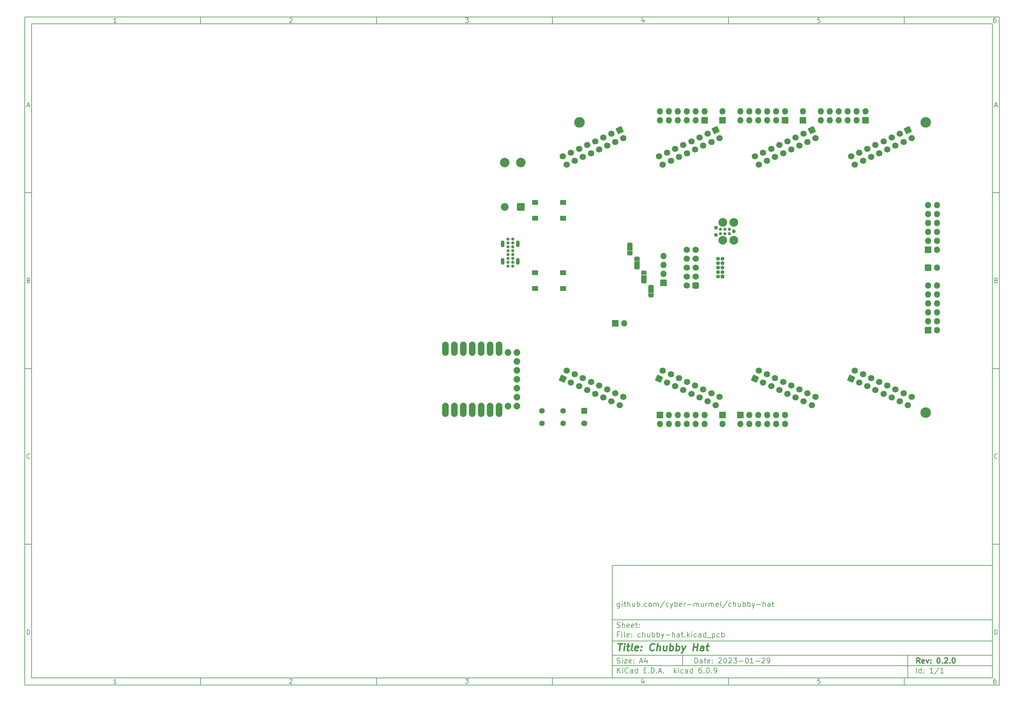
<source format=gbr>
%TF.GenerationSoftware,KiCad,Pcbnew,6.0.9*%
%TF.CreationDate,2023-01-30T01:56:59+01:00*%
%TF.ProjectId,chubby-hat,63687562-6279-42d6-9861-742e6b696361,0.2.0*%
%TF.SameCoordinates,Original*%
%TF.FileFunction,Soldermask,Top*%
%TF.FilePolarity,Negative*%
%FSLAX46Y46*%
G04 Gerber Fmt 4.6, Leading zero omitted, Abs format (unit mm)*
G04 Created by KiCad (PCBNEW 6.0.9) date 2023-01-30 01:56:59*
%MOMM*%
%LPD*%
G01*
G04 APERTURE LIST*
G04 Aperture macros list*
%AMRoundRect*
0 Rectangle with rounded corners*
0 $1 Rounding radius*
0 $2 $3 $4 $5 $6 $7 $8 $9 X,Y pos of 4 corners*
0 Add a 4 corners polygon primitive as box body*
4,1,4,$2,$3,$4,$5,$6,$7,$8,$9,$2,$3,0*
0 Add four circle primitives for the rounded corners*
1,1,$1+$1,$2,$3*
1,1,$1+$1,$4,$5*
1,1,$1+$1,$6,$7*
1,1,$1+$1,$8,$9*
0 Add four rect primitives between the rounded corners*
20,1,$1+$1,$2,$3,$4,$5,0*
20,1,$1+$1,$4,$5,$6,$7,0*
20,1,$1+$1,$6,$7,$8,$9,0*
20,1,$1+$1,$8,$9,$2,$3,0*%
%AMHorizOval*
0 Thick line with rounded ends*
0 $1 width*
0 $2 $3 position (X,Y) of the first rounded end (center of the circle)*
0 $4 $5 position (X,Y) of the second rounded end (center of the circle)*
0 Add line between two ends*
20,1,$1,$2,$3,$4,$5,0*
0 Add two circle primitives to create the rounded ends*
1,1,$1,$2,$3*
1,1,$1,$4,$5*%
%AMFreePoly0*
4,1,37,0.585355,0.785355,0.600000,0.750000,0.600000,-0.750000,0.585355,-0.785355,0.550000,-0.800000,0.000000,-0.800000,-0.012524,-0.794812,-0.080857,-0.793560,-0.094851,-0.791293,-0.230166,-0.749018,-0.242962,-0.742915,-0.360972,-0.664360,-0.371540,-0.654911,-0.462760,-0.546392,-0.470252,-0.534356,-0.527347,-0.404597,-0.531159,-0.390943,-0.548742,-0.256483,-0.547388,-0.256306,-0.550000,-0.250000,
-0.550000,0.250000,-0.549522,0.251153,-0.549368,0.263802,-0.527557,0.403879,-0.523412,0.417435,-0.463164,0.545760,-0.455381,0.557609,-0.361537,0.663867,-0.350741,0.673055,-0.230846,0.748703,-0.217905,0.754492,-0.081598,0.793449,-0.067552,0.795373,-0.011991,0.795033,0.000000,0.800000,0.550000,0.800000,0.585355,0.785355,0.585355,0.785355,$1*%
%AMFreePoly1*
4,1,37,0.012350,0.794884,0.074210,0.794507,0.088231,0.792412,0.224052,0.751793,0.236921,0.745846,0.355883,0.668739,0.366566,0.659420,0.459104,0.552023,0.466742,0.540080,0.525419,0.411028,0.529398,0.397421,0.549495,0.257088,0.550000,0.250000,0.550000,-0.250000,0.549996,-0.250610,0.549847,-0.262826,0.549158,-0.270511,0.525638,-0.410312,0.521328,-0.423818,0.459516,-0.551397,
0.451589,-0.563150,0.356454,-0.668254,0.345546,-0.677309,0.224736,-0.751486,0.211726,-0.757116,0.074953,-0.794405,0.060885,-0.796158,0.011462,-0.795252,0.000000,-0.800000,-0.550000,-0.800000,-0.585355,-0.785355,-0.600000,-0.750000,-0.600000,0.750000,-0.585355,0.785355,-0.550000,0.800000,0.000000,0.800000,0.012350,0.794884,0.012350,0.794884,$1*%
G04 Aperture macros list end*
%ADD10C,0.100000*%
%ADD11C,0.150000*%
%ADD12C,0.300000*%
%ADD13C,0.400000*%
%ADD14FreePoly0,270.000000*%
%ADD15RoundRect,0.050000X-0.750000X0.500000X-0.750000X-0.500000X0.750000X-0.500000X0.750000X0.500000X0*%
%ADD16FreePoly1,270.000000*%
%ADD17C,3.000000*%
%ADD18C,0.900000*%
%ADD19O,1.100000X1.900000*%
%ADD20RoundRect,0.050000X0.850000X-0.850000X0.850000X0.850000X-0.850000X0.850000X-0.850000X-0.850000X0*%
%ADD21O,1.800000X1.800000*%
%ADD22RoundRect,0.050000X-0.850000X0.850000X-0.850000X-0.850000X0.850000X-0.850000X0.850000X0.850000X0*%
%ADD23O,1.879600X3.657600*%
%ADD24C,1.879600*%
%ADD25C,2.700000*%
%ADD26RoundRect,0.300001X0.799999X0.799999X-0.799999X0.799999X-0.799999X-0.799999X0.799999X-0.799999X0*%
%ADD27C,2.200000*%
%ADD28C,2.474900*%
%ADD29C,1.090600*%
%ADD30C,0.887400*%
%ADD31RoundRect,0.050000X0.850000X0.850000X-0.850000X0.850000X-0.850000X-0.850000X0.850000X-0.850000X0*%
%ADD32C,1.600000*%
%ADD33RoundRect,0.300000X-0.550000X0.550000X-0.550000X-0.550000X0.550000X-0.550000X0.550000X0.550000X0*%
%ADD34C,1.700000*%
%ADD35RoundRect,0.050000X-0.775000X-0.650000X0.775000X-0.650000X0.775000X0.650000X-0.775000X0.650000X0*%
%ADD36RoundRect,0.300000X0.600000X0.600000X-0.600000X0.600000X-0.600000X-0.600000X0.600000X-0.600000X0*%
%ADD37C,1.800000*%
%ADD38RoundRect,0.050000X-0.850000X-0.850000X0.850000X-0.850000X0.850000X0.850000X-0.850000X0.850000X0*%
%ADD39RoundRect,0.050000X0.775000X0.650000X-0.775000X0.650000X-0.775000X-0.650000X0.775000X-0.650000X0*%
%ADD40RoundRect,0.050000X0.500000X0.500000X-0.500000X0.500000X-0.500000X-0.500000X0.500000X-0.500000X0*%
%ADD41O,1.100000X1.100000*%
%ADD42RoundRect,0.050000X-0.411136X1.129587X-1.129587X-0.411136X0.411136X-1.129587X1.129587X0.411136X0*%
%ADD43HorizOval,1.800000X0.000000X0.000000X0.000000X0.000000X0*%
%ADD44RoundRect,0.050000X1.129587X-0.411136X0.411136X1.129587X-1.129587X0.411136X-0.411136X-1.129587X0*%
%ADD45HorizOval,1.800000X0.000000X0.000000X0.000000X0.000000X0*%
G04 APERTURE END LIST*
D10*
D11*
X177002200Y-166007200D02*
X177002200Y-198007200D01*
X285002200Y-198007200D01*
X285002200Y-166007200D01*
X177002200Y-166007200D01*
D10*
D11*
X10000000Y-10000000D02*
X10000000Y-200007200D01*
X287002200Y-200007200D01*
X287002200Y-10000000D01*
X10000000Y-10000000D01*
D10*
D11*
X12000000Y-12000000D02*
X12000000Y-198007200D01*
X285002200Y-198007200D01*
X285002200Y-12000000D01*
X12000000Y-12000000D01*
D10*
D11*
X60000000Y-12000000D02*
X60000000Y-10000000D01*
D10*
D11*
X110000000Y-12000000D02*
X110000000Y-10000000D01*
D10*
D11*
X160000000Y-12000000D02*
X160000000Y-10000000D01*
D10*
D11*
X210000000Y-12000000D02*
X210000000Y-10000000D01*
D10*
D11*
X260000000Y-12000000D02*
X260000000Y-10000000D01*
D10*
D11*
X36065476Y-11588095D02*
X35322619Y-11588095D01*
X35694047Y-11588095D02*
X35694047Y-10288095D01*
X35570238Y-10473809D01*
X35446428Y-10597619D01*
X35322619Y-10659523D01*
D10*
D11*
X85322619Y-10411904D02*
X85384523Y-10350000D01*
X85508333Y-10288095D01*
X85817857Y-10288095D01*
X85941666Y-10350000D01*
X86003571Y-10411904D01*
X86065476Y-10535714D01*
X86065476Y-10659523D01*
X86003571Y-10845238D01*
X85260714Y-11588095D01*
X86065476Y-11588095D01*
D10*
D11*
X135260714Y-10288095D02*
X136065476Y-10288095D01*
X135632142Y-10783333D01*
X135817857Y-10783333D01*
X135941666Y-10845238D01*
X136003571Y-10907142D01*
X136065476Y-11030952D01*
X136065476Y-11340476D01*
X136003571Y-11464285D01*
X135941666Y-11526190D01*
X135817857Y-11588095D01*
X135446428Y-11588095D01*
X135322619Y-11526190D01*
X135260714Y-11464285D01*
D10*
D11*
X185941666Y-10721428D02*
X185941666Y-11588095D01*
X185632142Y-10226190D02*
X185322619Y-11154761D01*
X186127380Y-11154761D01*
D10*
D11*
X236003571Y-10288095D02*
X235384523Y-10288095D01*
X235322619Y-10907142D01*
X235384523Y-10845238D01*
X235508333Y-10783333D01*
X235817857Y-10783333D01*
X235941666Y-10845238D01*
X236003571Y-10907142D01*
X236065476Y-11030952D01*
X236065476Y-11340476D01*
X236003571Y-11464285D01*
X235941666Y-11526190D01*
X235817857Y-11588095D01*
X235508333Y-11588095D01*
X235384523Y-11526190D01*
X235322619Y-11464285D01*
D10*
D11*
X285941666Y-10288095D02*
X285694047Y-10288095D01*
X285570238Y-10350000D01*
X285508333Y-10411904D01*
X285384523Y-10597619D01*
X285322619Y-10845238D01*
X285322619Y-11340476D01*
X285384523Y-11464285D01*
X285446428Y-11526190D01*
X285570238Y-11588095D01*
X285817857Y-11588095D01*
X285941666Y-11526190D01*
X286003571Y-11464285D01*
X286065476Y-11340476D01*
X286065476Y-11030952D01*
X286003571Y-10907142D01*
X285941666Y-10845238D01*
X285817857Y-10783333D01*
X285570238Y-10783333D01*
X285446428Y-10845238D01*
X285384523Y-10907142D01*
X285322619Y-11030952D01*
D10*
D11*
X60000000Y-198007200D02*
X60000000Y-200007200D01*
D10*
D11*
X110000000Y-198007200D02*
X110000000Y-200007200D01*
D10*
D11*
X160000000Y-198007200D02*
X160000000Y-200007200D01*
D10*
D11*
X210000000Y-198007200D02*
X210000000Y-200007200D01*
D10*
D11*
X260000000Y-198007200D02*
X260000000Y-200007200D01*
D10*
D11*
X36065476Y-199595295D02*
X35322619Y-199595295D01*
X35694047Y-199595295D02*
X35694047Y-198295295D01*
X35570238Y-198481009D01*
X35446428Y-198604819D01*
X35322619Y-198666723D01*
D10*
D11*
X85322619Y-198419104D02*
X85384523Y-198357200D01*
X85508333Y-198295295D01*
X85817857Y-198295295D01*
X85941666Y-198357200D01*
X86003571Y-198419104D01*
X86065476Y-198542914D01*
X86065476Y-198666723D01*
X86003571Y-198852438D01*
X85260714Y-199595295D01*
X86065476Y-199595295D01*
D10*
D11*
X135260714Y-198295295D02*
X136065476Y-198295295D01*
X135632142Y-198790533D01*
X135817857Y-198790533D01*
X135941666Y-198852438D01*
X136003571Y-198914342D01*
X136065476Y-199038152D01*
X136065476Y-199347676D01*
X136003571Y-199471485D01*
X135941666Y-199533390D01*
X135817857Y-199595295D01*
X135446428Y-199595295D01*
X135322619Y-199533390D01*
X135260714Y-199471485D01*
D10*
D11*
X185941666Y-198728628D02*
X185941666Y-199595295D01*
X185632142Y-198233390D02*
X185322619Y-199161961D01*
X186127380Y-199161961D01*
D10*
D11*
X236003571Y-198295295D02*
X235384523Y-198295295D01*
X235322619Y-198914342D01*
X235384523Y-198852438D01*
X235508333Y-198790533D01*
X235817857Y-198790533D01*
X235941666Y-198852438D01*
X236003571Y-198914342D01*
X236065476Y-199038152D01*
X236065476Y-199347676D01*
X236003571Y-199471485D01*
X235941666Y-199533390D01*
X235817857Y-199595295D01*
X235508333Y-199595295D01*
X235384523Y-199533390D01*
X235322619Y-199471485D01*
D10*
D11*
X285941666Y-198295295D02*
X285694047Y-198295295D01*
X285570238Y-198357200D01*
X285508333Y-198419104D01*
X285384523Y-198604819D01*
X285322619Y-198852438D01*
X285322619Y-199347676D01*
X285384523Y-199471485D01*
X285446428Y-199533390D01*
X285570238Y-199595295D01*
X285817857Y-199595295D01*
X285941666Y-199533390D01*
X286003571Y-199471485D01*
X286065476Y-199347676D01*
X286065476Y-199038152D01*
X286003571Y-198914342D01*
X285941666Y-198852438D01*
X285817857Y-198790533D01*
X285570238Y-198790533D01*
X285446428Y-198852438D01*
X285384523Y-198914342D01*
X285322619Y-199038152D01*
D10*
D11*
X10000000Y-60000000D02*
X12000000Y-60000000D01*
D10*
D11*
X10000000Y-110000000D02*
X12000000Y-110000000D01*
D10*
D11*
X10000000Y-160000000D02*
X12000000Y-160000000D01*
D10*
D11*
X10690476Y-35216666D02*
X11309523Y-35216666D01*
X10566666Y-35588095D02*
X11000000Y-34288095D01*
X11433333Y-35588095D01*
D10*
D11*
X11092857Y-84907142D02*
X11278571Y-84969047D01*
X11340476Y-85030952D01*
X11402380Y-85154761D01*
X11402380Y-85340476D01*
X11340476Y-85464285D01*
X11278571Y-85526190D01*
X11154761Y-85588095D01*
X10659523Y-85588095D01*
X10659523Y-84288095D01*
X11092857Y-84288095D01*
X11216666Y-84350000D01*
X11278571Y-84411904D01*
X11340476Y-84535714D01*
X11340476Y-84659523D01*
X11278571Y-84783333D01*
X11216666Y-84845238D01*
X11092857Y-84907142D01*
X10659523Y-84907142D01*
D10*
D11*
X11402380Y-135464285D02*
X11340476Y-135526190D01*
X11154761Y-135588095D01*
X11030952Y-135588095D01*
X10845238Y-135526190D01*
X10721428Y-135402380D01*
X10659523Y-135278571D01*
X10597619Y-135030952D01*
X10597619Y-134845238D01*
X10659523Y-134597619D01*
X10721428Y-134473809D01*
X10845238Y-134350000D01*
X11030952Y-134288095D01*
X11154761Y-134288095D01*
X11340476Y-134350000D01*
X11402380Y-134411904D01*
D10*
D11*
X10659523Y-185588095D02*
X10659523Y-184288095D01*
X10969047Y-184288095D01*
X11154761Y-184350000D01*
X11278571Y-184473809D01*
X11340476Y-184597619D01*
X11402380Y-184845238D01*
X11402380Y-185030952D01*
X11340476Y-185278571D01*
X11278571Y-185402380D01*
X11154761Y-185526190D01*
X10969047Y-185588095D01*
X10659523Y-185588095D01*
D10*
D11*
X287002200Y-60000000D02*
X285002200Y-60000000D01*
D10*
D11*
X287002200Y-110000000D02*
X285002200Y-110000000D01*
D10*
D11*
X287002200Y-160000000D02*
X285002200Y-160000000D01*
D10*
D11*
X285692676Y-35216666D02*
X286311723Y-35216666D01*
X285568866Y-35588095D02*
X286002200Y-34288095D01*
X286435533Y-35588095D01*
D10*
D11*
X286095057Y-84907142D02*
X286280771Y-84969047D01*
X286342676Y-85030952D01*
X286404580Y-85154761D01*
X286404580Y-85340476D01*
X286342676Y-85464285D01*
X286280771Y-85526190D01*
X286156961Y-85588095D01*
X285661723Y-85588095D01*
X285661723Y-84288095D01*
X286095057Y-84288095D01*
X286218866Y-84350000D01*
X286280771Y-84411904D01*
X286342676Y-84535714D01*
X286342676Y-84659523D01*
X286280771Y-84783333D01*
X286218866Y-84845238D01*
X286095057Y-84907142D01*
X285661723Y-84907142D01*
D10*
D11*
X286404580Y-135464285D02*
X286342676Y-135526190D01*
X286156961Y-135588095D01*
X286033152Y-135588095D01*
X285847438Y-135526190D01*
X285723628Y-135402380D01*
X285661723Y-135278571D01*
X285599819Y-135030952D01*
X285599819Y-134845238D01*
X285661723Y-134597619D01*
X285723628Y-134473809D01*
X285847438Y-134350000D01*
X286033152Y-134288095D01*
X286156961Y-134288095D01*
X286342676Y-134350000D01*
X286404580Y-134411904D01*
D10*
D11*
X285661723Y-185588095D02*
X285661723Y-184288095D01*
X285971247Y-184288095D01*
X286156961Y-184350000D01*
X286280771Y-184473809D01*
X286342676Y-184597619D01*
X286404580Y-184845238D01*
X286404580Y-185030952D01*
X286342676Y-185278571D01*
X286280771Y-185402380D01*
X286156961Y-185526190D01*
X285971247Y-185588095D01*
X285661723Y-185588095D01*
D10*
D11*
X200434342Y-193785771D02*
X200434342Y-192285771D01*
X200791485Y-192285771D01*
X201005771Y-192357200D01*
X201148628Y-192500057D01*
X201220057Y-192642914D01*
X201291485Y-192928628D01*
X201291485Y-193142914D01*
X201220057Y-193428628D01*
X201148628Y-193571485D01*
X201005771Y-193714342D01*
X200791485Y-193785771D01*
X200434342Y-193785771D01*
X202577200Y-193785771D02*
X202577200Y-193000057D01*
X202505771Y-192857200D01*
X202362914Y-192785771D01*
X202077200Y-192785771D01*
X201934342Y-192857200D01*
X202577200Y-193714342D02*
X202434342Y-193785771D01*
X202077200Y-193785771D01*
X201934342Y-193714342D01*
X201862914Y-193571485D01*
X201862914Y-193428628D01*
X201934342Y-193285771D01*
X202077200Y-193214342D01*
X202434342Y-193214342D01*
X202577200Y-193142914D01*
X203077200Y-192785771D02*
X203648628Y-192785771D01*
X203291485Y-192285771D02*
X203291485Y-193571485D01*
X203362914Y-193714342D01*
X203505771Y-193785771D01*
X203648628Y-193785771D01*
X204720057Y-193714342D02*
X204577200Y-193785771D01*
X204291485Y-193785771D01*
X204148628Y-193714342D01*
X204077200Y-193571485D01*
X204077200Y-193000057D01*
X204148628Y-192857200D01*
X204291485Y-192785771D01*
X204577200Y-192785771D01*
X204720057Y-192857200D01*
X204791485Y-193000057D01*
X204791485Y-193142914D01*
X204077200Y-193285771D01*
X205434342Y-193642914D02*
X205505771Y-193714342D01*
X205434342Y-193785771D01*
X205362914Y-193714342D01*
X205434342Y-193642914D01*
X205434342Y-193785771D01*
X205434342Y-192857200D02*
X205505771Y-192928628D01*
X205434342Y-193000057D01*
X205362914Y-192928628D01*
X205434342Y-192857200D01*
X205434342Y-193000057D01*
X207220057Y-192428628D02*
X207291485Y-192357200D01*
X207434342Y-192285771D01*
X207791485Y-192285771D01*
X207934342Y-192357200D01*
X208005771Y-192428628D01*
X208077200Y-192571485D01*
X208077200Y-192714342D01*
X208005771Y-192928628D01*
X207148628Y-193785771D01*
X208077200Y-193785771D01*
X209005771Y-192285771D02*
X209148628Y-192285771D01*
X209291485Y-192357200D01*
X209362914Y-192428628D01*
X209434342Y-192571485D01*
X209505771Y-192857200D01*
X209505771Y-193214342D01*
X209434342Y-193500057D01*
X209362914Y-193642914D01*
X209291485Y-193714342D01*
X209148628Y-193785771D01*
X209005771Y-193785771D01*
X208862914Y-193714342D01*
X208791485Y-193642914D01*
X208720057Y-193500057D01*
X208648628Y-193214342D01*
X208648628Y-192857200D01*
X208720057Y-192571485D01*
X208791485Y-192428628D01*
X208862914Y-192357200D01*
X209005771Y-192285771D01*
X210077200Y-192428628D02*
X210148628Y-192357200D01*
X210291485Y-192285771D01*
X210648628Y-192285771D01*
X210791485Y-192357200D01*
X210862914Y-192428628D01*
X210934342Y-192571485D01*
X210934342Y-192714342D01*
X210862914Y-192928628D01*
X210005771Y-193785771D01*
X210934342Y-193785771D01*
X211434342Y-192285771D02*
X212362914Y-192285771D01*
X211862914Y-192857200D01*
X212077200Y-192857200D01*
X212220057Y-192928628D01*
X212291485Y-193000057D01*
X212362914Y-193142914D01*
X212362914Y-193500057D01*
X212291485Y-193642914D01*
X212220057Y-193714342D01*
X212077200Y-193785771D01*
X211648628Y-193785771D01*
X211505771Y-193714342D01*
X211434342Y-193642914D01*
X213005771Y-193214342D02*
X214148628Y-193214342D01*
X215148628Y-192285771D02*
X215291485Y-192285771D01*
X215434342Y-192357200D01*
X215505771Y-192428628D01*
X215577200Y-192571485D01*
X215648628Y-192857200D01*
X215648628Y-193214342D01*
X215577200Y-193500057D01*
X215505771Y-193642914D01*
X215434342Y-193714342D01*
X215291485Y-193785771D01*
X215148628Y-193785771D01*
X215005771Y-193714342D01*
X214934342Y-193642914D01*
X214862914Y-193500057D01*
X214791485Y-193214342D01*
X214791485Y-192857200D01*
X214862914Y-192571485D01*
X214934342Y-192428628D01*
X215005771Y-192357200D01*
X215148628Y-192285771D01*
X217077200Y-193785771D02*
X216220057Y-193785771D01*
X216648628Y-193785771D02*
X216648628Y-192285771D01*
X216505771Y-192500057D01*
X216362914Y-192642914D01*
X216220057Y-192714342D01*
X217720057Y-193214342D02*
X218862914Y-193214342D01*
X219505771Y-192428628D02*
X219577200Y-192357200D01*
X219720057Y-192285771D01*
X220077200Y-192285771D01*
X220220057Y-192357200D01*
X220291485Y-192428628D01*
X220362914Y-192571485D01*
X220362914Y-192714342D01*
X220291485Y-192928628D01*
X219434342Y-193785771D01*
X220362914Y-193785771D01*
X221077200Y-193785771D02*
X221362914Y-193785771D01*
X221505771Y-193714342D01*
X221577200Y-193642914D01*
X221720057Y-193428628D01*
X221791485Y-193142914D01*
X221791485Y-192571485D01*
X221720057Y-192428628D01*
X221648628Y-192357200D01*
X221505771Y-192285771D01*
X221220057Y-192285771D01*
X221077200Y-192357200D01*
X221005771Y-192428628D01*
X220934342Y-192571485D01*
X220934342Y-192928628D01*
X221005771Y-193071485D01*
X221077200Y-193142914D01*
X221220057Y-193214342D01*
X221505771Y-193214342D01*
X221648628Y-193142914D01*
X221720057Y-193071485D01*
X221791485Y-192928628D01*
D10*
D11*
X177002200Y-194507200D02*
X285002200Y-194507200D01*
D10*
D11*
X178434342Y-196585771D02*
X178434342Y-195085771D01*
X179291485Y-196585771D02*
X178648628Y-195728628D01*
X179291485Y-195085771D02*
X178434342Y-195942914D01*
X179934342Y-196585771D02*
X179934342Y-195585771D01*
X179934342Y-195085771D02*
X179862914Y-195157200D01*
X179934342Y-195228628D01*
X180005771Y-195157200D01*
X179934342Y-195085771D01*
X179934342Y-195228628D01*
X181505771Y-196442914D02*
X181434342Y-196514342D01*
X181220057Y-196585771D01*
X181077200Y-196585771D01*
X180862914Y-196514342D01*
X180720057Y-196371485D01*
X180648628Y-196228628D01*
X180577200Y-195942914D01*
X180577200Y-195728628D01*
X180648628Y-195442914D01*
X180720057Y-195300057D01*
X180862914Y-195157200D01*
X181077200Y-195085771D01*
X181220057Y-195085771D01*
X181434342Y-195157200D01*
X181505771Y-195228628D01*
X182791485Y-196585771D02*
X182791485Y-195800057D01*
X182720057Y-195657200D01*
X182577200Y-195585771D01*
X182291485Y-195585771D01*
X182148628Y-195657200D01*
X182791485Y-196514342D02*
X182648628Y-196585771D01*
X182291485Y-196585771D01*
X182148628Y-196514342D01*
X182077200Y-196371485D01*
X182077200Y-196228628D01*
X182148628Y-196085771D01*
X182291485Y-196014342D01*
X182648628Y-196014342D01*
X182791485Y-195942914D01*
X184148628Y-196585771D02*
X184148628Y-195085771D01*
X184148628Y-196514342D02*
X184005771Y-196585771D01*
X183720057Y-196585771D01*
X183577200Y-196514342D01*
X183505771Y-196442914D01*
X183434342Y-196300057D01*
X183434342Y-195871485D01*
X183505771Y-195728628D01*
X183577200Y-195657200D01*
X183720057Y-195585771D01*
X184005771Y-195585771D01*
X184148628Y-195657200D01*
X186005771Y-195800057D02*
X186505771Y-195800057D01*
X186720057Y-196585771D02*
X186005771Y-196585771D01*
X186005771Y-195085771D01*
X186720057Y-195085771D01*
X187362914Y-196442914D02*
X187434342Y-196514342D01*
X187362914Y-196585771D01*
X187291485Y-196514342D01*
X187362914Y-196442914D01*
X187362914Y-196585771D01*
X188077200Y-196585771D02*
X188077200Y-195085771D01*
X188434342Y-195085771D01*
X188648628Y-195157200D01*
X188791485Y-195300057D01*
X188862914Y-195442914D01*
X188934342Y-195728628D01*
X188934342Y-195942914D01*
X188862914Y-196228628D01*
X188791485Y-196371485D01*
X188648628Y-196514342D01*
X188434342Y-196585771D01*
X188077200Y-196585771D01*
X189577200Y-196442914D02*
X189648628Y-196514342D01*
X189577200Y-196585771D01*
X189505771Y-196514342D01*
X189577200Y-196442914D01*
X189577200Y-196585771D01*
X190220057Y-196157200D02*
X190934342Y-196157200D01*
X190077200Y-196585771D02*
X190577200Y-195085771D01*
X191077200Y-196585771D01*
X191577200Y-196442914D02*
X191648628Y-196514342D01*
X191577200Y-196585771D01*
X191505771Y-196514342D01*
X191577200Y-196442914D01*
X191577200Y-196585771D01*
X194577200Y-196585771D02*
X194577200Y-195085771D01*
X194720057Y-196014342D02*
X195148628Y-196585771D01*
X195148628Y-195585771D02*
X194577200Y-196157200D01*
X195791485Y-196585771D02*
X195791485Y-195585771D01*
X195791485Y-195085771D02*
X195720057Y-195157200D01*
X195791485Y-195228628D01*
X195862914Y-195157200D01*
X195791485Y-195085771D01*
X195791485Y-195228628D01*
X197148628Y-196514342D02*
X197005771Y-196585771D01*
X196720057Y-196585771D01*
X196577200Y-196514342D01*
X196505771Y-196442914D01*
X196434342Y-196300057D01*
X196434342Y-195871485D01*
X196505771Y-195728628D01*
X196577200Y-195657200D01*
X196720057Y-195585771D01*
X197005771Y-195585771D01*
X197148628Y-195657200D01*
X198434342Y-196585771D02*
X198434342Y-195800057D01*
X198362914Y-195657200D01*
X198220057Y-195585771D01*
X197934342Y-195585771D01*
X197791485Y-195657200D01*
X198434342Y-196514342D02*
X198291485Y-196585771D01*
X197934342Y-196585771D01*
X197791485Y-196514342D01*
X197720057Y-196371485D01*
X197720057Y-196228628D01*
X197791485Y-196085771D01*
X197934342Y-196014342D01*
X198291485Y-196014342D01*
X198434342Y-195942914D01*
X199791485Y-196585771D02*
X199791485Y-195085771D01*
X199791485Y-196514342D02*
X199648628Y-196585771D01*
X199362914Y-196585771D01*
X199220057Y-196514342D01*
X199148628Y-196442914D01*
X199077200Y-196300057D01*
X199077200Y-195871485D01*
X199148628Y-195728628D01*
X199220057Y-195657200D01*
X199362914Y-195585771D01*
X199648628Y-195585771D01*
X199791485Y-195657200D01*
X202291485Y-195085771D02*
X202005771Y-195085771D01*
X201862914Y-195157200D01*
X201791485Y-195228628D01*
X201648628Y-195442914D01*
X201577200Y-195728628D01*
X201577200Y-196300057D01*
X201648628Y-196442914D01*
X201720057Y-196514342D01*
X201862914Y-196585771D01*
X202148628Y-196585771D01*
X202291485Y-196514342D01*
X202362914Y-196442914D01*
X202434342Y-196300057D01*
X202434342Y-195942914D01*
X202362914Y-195800057D01*
X202291485Y-195728628D01*
X202148628Y-195657200D01*
X201862914Y-195657200D01*
X201720057Y-195728628D01*
X201648628Y-195800057D01*
X201577200Y-195942914D01*
X203077200Y-196442914D02*
X203148628Y-196514342D01*
X203077200Y-196585771D01*
X203005771Y-196514342D01*
X203077200Y-196442914D01*
X203077200Y-196585771D01*
X204077200Y-195085771D02*
X204220057Y-195085771D01*
X204362914Y-195157200D01*
X204434342Y-195228628D01*
X204505771Y-195371485D01*
X204577200Y-195657200D01*
X204577200Y-196014342D01*
X204505771Y-196300057D01*
X204434342Y-196442914D01*
X204362914Y-196514342D01*
X204220057Y-196585771D01*
X204077200Y-196585771D01*
X203934342Y-196514342D01*
X203862914Y-196442914D01*
X203791485Y-196300057D01*
X203720057Y-196014342D01*
X203720057Y-195657200D01*
X203791485Y-195371485D01*
X203862914Y-195228628D01*
X203934342Y-195157200D01*
X204077200Y-195085771D01*
X205220057Y-196442914D02*
X205291485Y-196514342D01*
X205220057Y-196585771D01*
X205148628Y-196514342D01*
X205220057Y-196442914D01*
X205220057Y-196585771D01*
X206005771Y-196585771D02*
X206291485Y-196585771D01*
X206434342Y-196514342D01*
X206505771Y-196442914D01*
X206648628Y-196228628D01*
X206720057Y-195942914D01*
X206720057Y-195371485D01*
X206648628Y-195228628D01*
X206577200Y-195157200D01*
X206434342Y-195085771D01*
X206148628Y-195085771D01*
X206005771Y-195157200D01*
X205934342Y-195228628D01*
X205862914Y-195371485D01*
X205862914Y-195728628D01*
X205934342Y-195871485D01*
X206005771Y-195942914D01*
X206148628Y-196014342D01*
X206434342Y-196014342D01*
X206577200Y-195942914D01*
X206648628Y-195871485D01*
X206720057Y-195728628D01*
D10*
D11*
X177002200Y-191507200D02*
X285002200Y-191507200D01*
D10*
D12*
X264411485Y-193785771D02*
X263911485Y-193071485D01*
X263554342Y-193785771D02*
X263554342Y-192285771D01*
X264125771Y-192285771D01*
X264268628Y-192357200D01*
X264340057Y-192428628D01*
X264411485Y-192571485D01*
X264411485Y-192785771D01*
X264340057Y-192928628D01*
X264268628Y-193000057D01*
X264125771Y-193071485D01*
X263554342Y-193071485D01*
X265625771Y-193714342D02*
X265482914Y-193785771D01*
X265197200Y-193785771D01*
X265054342Y-193714342D01*
X264982914Y-193571485D01*
X264982914Y-193000057D01*
X265054342Y-192857200D01*
X265197200Y-192785771D01*
X265482914Y-192785771D01*
X265625771Y-192857200D01*
X265697200Y-193000057D01*
X265697200Y-193142914D01*
X264982914Y-193285771D01*
X266197200Y-192785771D02*
X266554342Y-193785771D01*
X266911485Y-192785771D01*
X267482914Y-193642914D02*
X267554342Y-193714342D01*
X267482914Y-193785771D01*
X267411485Y-193714342D01*
X267482914Y-193642914D01*
X267482914Y-193785771D01*
X267482914Y-192857200D02*
X267554342Y-192928628D01*
X267482914Y-193000057D01*
X267411485Y-192928628D01*
X267482914Y-192857200D01*
X267482914Y-193000057D01*
X269625771Y-192285771D02*
X269768628Y-192285771D01*
X269911485Y-192357200D01*
X269982914Y-192428628D01*
X270054342Y-192571485D01*
X270125771Y-192857200D01*
X270125771Y-193214342D01*
X270054342Y-193500057D01*
X269982914Y-193642914D01*
X269911485Y-193714342D01*
X269768628Y-193785771D01*
X269625771Y-193785771D01*
X269482914Y-193714342D01*
X269411485Y-193642914D01*
X269340057Y-193500057D01*
X269268628Y-193214342D01*
X269268628Y-192857200D01*
X269340057Y-192571485D01*
X269411485Y-192428628D01*
X269482914Y-192357200D01*
X269625771Y-192285771D01*
X270768628Y-193642914D02*
X270840057Y-193714342D01*
X270768628Y-193785771D01*
X270697200Y-193714342D01*
X270768628Y-193642914D01*
X270768628Y-193785771D01*
X271411485Y-192428628D02*
X271482914Y-192357200D01*
X271625771Y-192285771D01*
X271982914Y-192285771D01*
X272125771Y-192357200D01*
X272197200Y-192428628D01*
X272268628Y-192571485D01*
X272268628Y-192714342D01*
X272197200Y-192928628D01*
X271340057Y-193785771D01*
X272268628Y-193785771D01*
X272911485Y-193642914D02*
X272982914Y-193714342D01*
X272911485Y-193785771D01*
X272840057Y-193714342D01*
X272911485Y-193642914D01*
X272911485Y-193785771D01*
X273911485Y-192285771D02*
X274054342Y-192285771D01*
X274197200Y-192357200D01*
X274268628Y-192428628D01*
X274340057Y-192571485D01*
X274411485Y-192857200D01*
X274411485Y-193214342D01*
X274340057Y-193500057D01*
X274268628Y-193642914D01*
X274197200Y-193714342D01*
X274054342Y-193785771D01*
X273911485Y-193785771D01*
X273768628Y-193714342D01*
X273697200Y-193642914D01*
X273625771Y-193500057D01*
X273554342Y-193214342D01*
X273554342Y-192857200D01*
X273625771Y-192571485D01*
X273697200Y-192428628D01*
X273768628Y-192357200D01*
X273911485Y-192285771D01*
D10*
D11*
X178362914Y-193714342D02*
X178577200Y-193785771D01*
X178934342Y-193785771D01*
X179077200Y-193714342D01*
X179148628Y-193642914D01*
X179220057Y-193500057D01*
X179220057Y-193357200D01*
X179148628Y-193214342D01*
X179077200Y-193142914D01*
X178934342Y-193071485D01*
X178648628Y-193000057D01*
X178505771Y-192928628D01*
X178434342Y-192857200D01*
X178362914Y-192714342D01*
X178362914Y-192571485D01*
X178434342Y-192428628D01*
X178505771Y-192357200D01*
X178648628Y-192285771D01*
X179005771Y-192285771D01*
X179220057Y-192357200D01*
X179862914Y-193785771D02*
X179862914Y-192785771D01*
X179862914Y-192285771D02*
X179791485Y-192357200D01*
X179862914Y-192428628D01*
X179934342Y-192357200D01*
X179862914Y-192285771D01*
X179862914Y-192428628D01*
X180434342Y-192785771D02*
X181220057Y-192785771D01*
X180434342Y-193785771D01*
X181220057Y-193785771D01*
X182362914Y-193714342D02*
X182220057Y-193785771D01*
X181934342Y-193785771D01*
X181791485Y-193714342D01*
X181720057Y-193571485D01*
X181720057Y-193000057D01*
X181791485Y-192857200D01*
X181934342Y-192785771D01*
X182220057Y-192785771D01*
X182362914Y-192857200D01*
X182434342Y-193000057D01*
X182434342Y-193142914D01*
X181720057Y-193285771D01*
X183077200Y-193642914D02*
X183148628Y-193714342D01*
X183077200Y-193785771D01*
X183005771Y-193714342D01*
X183077200Y-193642914D01*
X183077200Y-193785771D01*
X183077200Y-192857200D02*
X183148628Y-192928628D01*
X183077200Y-193000057D01*
X183005771Y-192928628D01*
X183077200Y-192857200D01*
X183077200Y-193000057D01*
X184862914Y-193357200D02*
X185577200Y-193357200D01*
X184720057Y-193785771D02*
X185220057Y-192285771D01*
X185720057Y-193785771D01*
X186862914Y-192785771D02*
X186862914Y-193785771D01*
X186505771Y-192214342D02*
X186148628Y-193285771D01*
X187077200Y-193285771D01*
D10*
D11*
X263434342Y-196585771D02*
X263434342Y-195085771D01*
X264791485Y-196585771D02*
X264791485Y-195085771D01*
X264791485Y-196514342D02*
X264648628Y-196585771D01*
X264362914Y-196585771D01*
X264220057Y-196514342D01*
X264148628Y-196442914D01*
X264077200Y-196300057D01*
X264077200Y-195871485D01*
X264148628Y-195728628D01*
X264220057Y-195657200D01*
X264362914Y-195585771D01*
X264648628Y-195585771D01*
X264791485Y-195657200D01*
X265505771Y-196442914D02*
X265577200Y-196514342D01*
X265505771Y-196585771D01*
X265434342Y-196514342D01*
X265505771Y-196442914D01*
X265505771Y-196585771D01*
X265505771Y-195657200D02*
X265577200Y-195728628D01*
X265505771Y-195800057D01*
X265434342Y-195728628D01*
X265505771Y-195657200D01*
X265505771Y-195800057D01*
X268148628Y-196585771D02*
X267291485Y-196585771D01*
X267720057Y-196585771D02*
X267720057Y-195085771D01*
X267577200Y-195300057D01*
X267434342Y-195442914D01*
X267291485Y-195514342D01*
X269862914Y-195014342D02*
X268577200Y-196942914D01*
X271148628Y-196585771D02*
X270291485Y-196585771D01*
X270720057Y-196585771D02*
X270720057Y-195085771D01*
X270577200Y-195300057D01*
X270434342Y-195442914D01*
X270291485Y-195514342D01*
D10*
D11*
X177002200Y-187507200D02*
X285002200Y-187507200D01*
D10*
D13*
X178714580Y-188211961D02*
X179857438Y-188211961D01*
X179036009Y-190211961D02*
X179286009Y-188211961D01*
X180274104Y-190211961D02*
X180440771Y-188878628D01*
X180524104Y-188211961D02*
X180416961Y-188307200D01*
X180500295Y-188402438D01*
X180607438Y-188307200D01*
X180524104Y-188211961D01*
X180500295Y-188402438D01*
X181107438Y-188878628D02*
X181869342Y-188878628D01*
X181476485Y-188211961D02*
X181262200Y-189926247D01*
X181333628Y-190116723D01*
X181512200Y-190211961D01*
X181702676Y-190211961D01*
X182655057Y-190211961D02*
X182476485Y-190116723D01*
X182405057Y-189926247D01*
X182619342Y-188211961D01*
X184190771Y-190116723D02*
X183988390Y-190211961D01*
X183607438Y-190211961D01*
X183428866Y-190116723D01*
X183357438Y-189926247D01*
X183452676Y-189164342D01*
X183571723Y-188973866D01*
X183774104Y-188878628D01*
X184155057Y-188878628D01*
X184333628Y-188973866D01*
X184405057Y-189164342D01*
X184381247Y-189354819D01*
X183405057Y-189545295D01*
X185155057Y-190021485D02*
X185238390Y-190116723D01*
X185131247Y-190211961D01*
X185047914Y-190116723D01*
X185155057Y-190021485D01*
X185131247Y-190211961D01*
X185286009Y-188973866D02*
X185369342Y-189069104D01*
X185262200Y-189164342D01*
X185178866Y-189069104D01*
X185286009Y-188973866D01*
X185262200Y-189164342D01*
X188774104Y-190021485D02*
X188666961Y-190116723D01*
X188369342Y-190211961D01*
X188178866Y-190211961D01*
X187905057Y-190116723D01*
X187738390Y-189926247D01*
X187666961Y-189735771D01*
X187619342Y-189354819D01*
X187655057Y-189069104D01*
X187797914Y-188688152D01*
X187916961Y-188497676D01*
X188131247Y-188307200D01*
X188428866Y-188211961D01*
X188619342Y-188211961D01*
X188893152Y-188307200D01*
X188976485Y-188402438D01*
X189607438Y-190211961D02*
X189857438Y-188211961D01*
X190464580Y-190211961D02*
X190595533Y-189164342D01*
X190524104Y-188973866D01*
X190345533Y-188878628D01*
X190059819Y-188878628D01*
X189857438Y-188973866D01*
X189750295Y-189069104D01*
X192440771Y-188878628D02*
X192274104Y-190211961D01*
X191583628Y-188878628D02*
X191452676Y-189926247D01*
X191524104Y-190116723D01*
X191702676Y-190211961D01*
X191988390Y-190211961D01*
X192190771Y-190116723D01*
X192297914Y-190021485D01*
X193226485Y-190211961D02*
X193476485Y-188211961D01*
X193381247Y-188973866D02*
X193583628Y-188878628D01*
X193964580Y-188878628D01*
X194143152Y-188973866D01*
X194226485Y-189069104D01*
X194297914Y-189259580D01*
X194226485Y-189831009D01*
X194107438Y-190021485D01*
X194000295Y-190116723D01*
X193797914Y-190211961D01*
X193416961Y-190211961D01*
X193238390Y-190116723D01*
X195036009Y-190211961D02*
X195286009Y-188211961D01*
X195190771Y-188973866D02*
X195393152Y-188878628D01*
X195774104Y-188878628D01*
X195952676Y-188973866D01*
X196036009Y-189069104D01*
X196107438Y-189259580D01*
X196036009Y-189831009D01*
X195916961Y-190021485D01*
X195809819Y-190116723D01*
X195607438Y-190211961D01*
X195226485Y-190211961D01*
X195047914Y-190116723D01*
X196821723Y-188878628D02*
X197131247Y-190211961D01*
X197774104Y-188878628D02*
X197131247Y-190211961D01*
X196881247Y-190688152D01*
X196774104Y-190783390D01*
X196571723Y-190878628D01*
X199893152Y-190211961D02*
X200143152Y-188211961D01*
X200024104Y-189164342D02*
X201166961Y-189164342D01*
X201036009Y-190211961D02*
X201286009Y-188211961D01*
X202845533Y-190211961D02*
X202976485Y-189164342D01*
X202905057Y-188973866D01*
X202726485Y-188878628D01*
X202345533Y-188878628D01*
X202143152Y-188973866D01*
X202857438Y-190116723D02*
X202655057Y-190211961D01*
X202178866Y-190211961D01*
X202000295Y-190116723D01*
X201928866Y-189926247D01*
X201952676Y-189735771D01*
X202071723Y-189545295D01*
X202274104Y-189450057D01*
X202750295Y-189450057D01*
X202952676Y-189354819D01*
X203678866Y-188878628D02*
X204440771Y-188878628D01*
X204047914Y-188211961D02*
X203833628Y-189926247D01*
X203905057Y-190116723D01*
X204083628Y-190211961D01*
X204274104Y-190211961D01*
D10*
D11*
X178934342Y-185600057D02*
X178434342Y-185600057D01*
X178434342Y-186385771D02*
X178434342Y-184885771D01*
X179148628Y-184885771D01*
X179720057Y-186385771D02*
X179720057Y-185385771D01*
X179720057Y-184885771D02*
X179648628Y-184957200D01*
X179720057Y-185028628D01*
X179791485Y-184957200D01*
X179720057Y-184885771D01*
X179720057Y-185028628D01*
X180648628Y-186385771D02*
X180505771Y-186314342D01*
X180434342Y-186171485D01*
X180434342Y-184885771D01*
X181791485Y-186314342D02*
X181648628Y-186385771D01*
X181362914Y-186385771D01*
X181220057Y-186314342D01*
X181148628Y-186171485D01*
X181148628Y-185600057D01*
X181220057Y-185457200D01*
X181362914Y-185385771D01*
X181648628Y-185385771D01*
X181791485Y-185457200D01*
X181862914Y-185600057D01*
X181862914Y-185742914D01*
X181148628Y-185885771D01*
X182505771Y-186242914D02*
X182577200Y-186314342D01*
X182505771Y-186385771D01*
X182434342Y-186314342D01*
X182505771Y-186242914D01*
X182505771Y-186385771D01*
X182505771Y-185457200D02*
X182577200Y-185528628D01*
X182505771Y-185600057D01*
X182434342Y-185528628D01*
X182505771Y-185457200D01*
X182505771Y-185600057D01*
X185005771Y-186314342D02*
X184862914Y-186385771D01*
X184577200Y-186385771D01*
X184434342Y-186314342D01*
X184362914Y-186242914D01*
X184291485Y-186100057D01*
X184291485Y-185671485D01*
X184362914Y-185528628D01*
X184434342Y-185457200D01*
X184577200Y-185385771D01*
X184862914Y-185385771D01*
X185005771Y-185457200D01*
X185648628Y-186385771D02*
X185648628Y-184885771D01*
X186291485Y-186385771D02*
X186291485Y-185600057D01*
X186220057Y-185457200D01*
X186077200Y-185385771D01*
X185862914Y-185385771D01*
X185720057Y-185457200D01*
X185648628Y-185528628D01*
X187648628Y-185385771D02*
X187648628Y-186385771D01*
X187005771Y-185385771D02*
X187005771Y-186171485D01*
X187077200Y-186314342D01*
X187220057Y-186385771D01*
X187434342Y-186385771D01*
X187577200Y-186314342D01*
X187648628Y-186242914D01*
X188362914Y-186385771D02*
X188362914Y-184885771D01*
X188362914Y-185457200D02*
X188505771Y-185385771D01*
X188791485Y-185385771D01*
X188934342Y-185457200D01*
X189005771Y-185528628D01*
X189077200Y-185671485D01*
X189077200Y-186100057D01*
X189005771Y-186242914D01*
X188934342Y-186314342D01*
X188791485Y-186385771D01*
X188505771Y-186385771D01*
X188362914Y-186314342D01*
X189720057Y-186385771D02*
X189720057Y-184885771D01*
X189720057Y-185457200D02*
X189862914Y-185385771D01*
X190148628Y-185385771D01*
X190291485Y-185457200D01*
X190362914Y-185528628D01*
X190434342Y-185671485D01*
X190434342Y-186100057D01*
X190362914Y-186242914D01*
X190291485Y-186314342D01*
X190148628Y-186385771D01*
X189862914Y-186385771D01*
X189720057Y-186314342D01*
X190934342Y-185385771D02*
X191291485Y-186385771D01*
X191648628Y-185385771D02*
X191291485Y-186385771D01*
X191148628Y-186742914D01*
X191077200Y-186814342D01*
X190934342Y-186885771D01*
X192220057Y-185814342D02*
X193362914Y-185814342D01*
X194077200Y-186385771D02*
X194077200Y-184885771D01*
X194720057Y-186385771D02*
X194720057Y-185600057D01*
X194648628Y-185457200D01*
X194505771Y-185385771D01*
X194291485Y-185385771D01*
X194148628Y-185457200D01*
X194077200Y-185528628D01*
X196077200Y-186385771D02*
X196077200Y-185600057D01*
X196005771Y-185457200D01*
X195862914Y-185385771D01*
X195577200Y-185385771D01*
X195434342Y-185457200D01*
X196077200Y-186314342D02*
X195934342Y-186385771D01*
X195577200Y-186385771D01*
X195434342Y-186314342D01*
X195362914Y-186171485D01*
X195362914Y-186028628D01*
X195434342Y-185885771D01*
X195577200Y-185814342D01*
X195934342Y-185814342D01*
X196077200Y-185742914D01*
X196577200Y-185385771D02*
X197148628Y-185385771D01*
X196791485Y-184885771D02*
X196791485Y-186171485D01*
X196862914Y-186314342D01*
X197005771Y-186385771D01*
X197148628Y-186385771D01*
X197648628Y-186242914D02*
X197720057Y-186314342D01*
X197648628Y-186385771D01*
X197577200Y-186314342D01*
X197648628Y-186242914D01*
X197648628Y-186385771D01*
X198362914Y-186385771D02*
X198362914Y-184885771D01*
X198505771Y-185814342D02*
X198934342Y-186385771D01*
X198934342Y-185385771D02*
X198362914Y-185957200D01*
X199577200Y-186385771D02*
X199577200Y-185385771D01*
X199577200Y-184885771D02*
X199505771Y-184957200D01*
X199577200Y-185028628D01*
X199648628Y-184957200D01*
X199577200Y-184885771D01*
X199577200Y-185028628D01*
X200934342Y-186314342D02*
X200791485Y-186385771D01*
X200505771Y-186385771D01*
X200362914Y-186314342D01*
X200291485Y-186242914D01*
X200220057Y-186100057D01*
X200220057Y-185671485D01*
X200291485Y-185528628D01*
X200362914Y-185457200D01*
X200505771Y-185385771D01*
X200791485Y-185385771D01*
X200934342Y-185457200D01*
X202220057Y-186385771D02*
X202220057Y-185600057D01*
X202148628Y-185457200D01*
X202005771Y-185385771D01*
X201720057Y-185385771D01*
X201577200Y-185457200D01*
X202220057Y-186314342D02*
X202077200Y-186385771D01*
X201720057Y-186385771D01*
X201577200Y-186314342D01*
X201505771Y-186171485D01*
X201505771Y-186028628D01*
X201577200Y-185885771D01*
X201720057Y-185814342D01*
X202077200Y-185814342D01*
X202220057Y-185742914D01*
X203577200Y-186385771D02*
X203577200Y-184885771D01*
X203577200Y-186314342D02*
X203434342Y-186385771D01*
X203148628Y-186385771D01*
X203005771Y-186314342D01*
X202934342Y-186242914D01*
X202862914Y-186100057D01*
X202862914Y-185671485D01*
X202934342Y-185528628D01*
X203005771Y-185457200D01*
X203148628Y-185385771D01*
X203434342Y-185385771D01*
X203577200Y-185457200D01*
X203934342Y-186528628D02*
X205077200Y-186528628D01*
X205434342Y-185385771D02*
X205434342Y-186885771D01*
X205434342Y-185457200D02*
X205577200Y-185385771D01*
X205862914Y-185385771D01*
X206005771Y-185457200D01*
X206077200Y-185528628D01*
X206148628Y-185671485D01*
X206148628Y-186100057D01*
X206077200Y-186242914D01*
X206005771Y-186314342D01*
X205862914Y-186385771D01*
X205577200Y-186385771D01*
X205434342Y-186314342D01*
X207434342Y-186314342D02*
X207291485Y-186385771D01*
X207005771Y-186385771D01*
X206862914Y-186314342D01*
X206791485Y-186242914D01*
X206720057Y-186100057D01*
X206720057Y-185671485D01*
X206791485Y-185528628D01*
X206862914Y-185457200D01*
X207005771Y-185385771D01*
X207291485Y-185385771D01*
X207434342Y-185457200D01*
X208077200Y-186385771D02*
X208077200Y-184885771D01*
X208077200Y-185457200D02*
X208220057Y-185385771D01*
X208505771Y-185385771D01*
X208648628Y-185457200D01*
X208720057Y-185528628D01*
X208791485Y-185671485D01*
X208791485Y-186100057D01*
X208720057Y-186242914D01*
X208648628Y-186314342D01*
X208505771Y-186385771D01*
X208220057Y-186385771D01*
X208077200Y-186314342D01*
D10*
D11*
X177002200Y-181507200D02*
X285002200Y-181507200D01*
D10*
D11*
X178362914Y-183614342D02*
X178577200Y-183685771D01*
X178934342Y-183685771D01*
X179077200Y-183614342D01*
X179148628Y-183542914D01*
X179220057Y-183400057D01*
X179220057Y-183257200D01*
X179148628Y-183114342D01*
X179077200Y-183042914D01*
X178934342Y-182971485D01*
X178648628Y-182900057D01*
X178505771Y-182828628D01*
X178434342Y-182757200D01*
X178362914Y-182614342D01*
X178362914Y-182471485D01*
X178434342Y-182328628D01*
X178505771Y-182257200D01*
X178648628Y-182185771D01*
X179005771Y-182185771D01*
X179220057Y-182257200D01*
X179862914Y-183685771D02*
X179862914Y-182185771D01*
X180505771Y-183685771D02*
X180505771Y-182900057D01*
X180434342Y-182757200D01*
X180291485Y-182685771D01*
X180077200Y-182685771D01*
X179934342Y-182757200D01*
X179862914Y-182828628D01*
X181791485Y-183614342D02*
X181648628Y-183685771D01*
X181362914Y-183685771D01*
X181220057Y-183614342D01*
X181148628Y-183471485D01*
X181148628Y-182900057D01*
X181220057Y-182757200D01*
X181362914Y-182685771D01*
X181648628Y-182685771D01*
X181791485Y-182757200D01*
X181862914Y-182900057D01*
X181862914Y-183042914D01*
X181148628Y-183185771D01*
X183077200Y-183614342D02*
X182934342Y-183685771D01*
X182648628Y-183685771D01*
X182505771Y-183614342D01*
X182434342Y-183471485D01*
X182434342Y-182900057D01*
X182505771Y-182757200D01*
X182648628Y-182685771D01*
X182934342Y-182685771D01*
X183077200Y-182757200D01*
X183148628Y-182900057D01*
X183148628Y-183042914D01*
X182434342Y-183185771D01*
X183577200Y-182685771D02*
X184148628Y-182685771D01*
X183791485Y-182185771D02*
X183791485Y-183471485D01*
X183862914Y-183614342D01*
X184005771Y-183685771D01*
X184148628Y-183685771D01*
X184648628Y-183542914D02*
X184720057Y-183614342D01*
X184648628Y-183685771D01*
X184577200Y-183614342D01*
X184648628Y-183542914D01*
X184648628Y-183685771D01*
X184648628Y-182757200D02*
X184720057Y-182828628D01*
X184648628Y-182900057D01*
X184577200Y-182828628D01*
X184648628Y-182757200D01*
X184648628Y-182900057D01*
D10*
D12*
D10*
D11*
X179077200Y-176685771D02*
X179077200Y-177900057D01*
X179005771Y-178042914D01*
X178934342Y-178114342D01*
X178791485Y-178185771D01*
X178577200Y-178185771D01*
X178434342Y-178114342D01*
X179077200Y-177614342D02*
X178934342Y-177685771D01*
X178648628Y-177685771D01*
X178505771Y-177614342D01*
X178434342Y-177542914D01*
X178362914Y-177400057D01*
X178362914Y-176971485D01*
X178434342Y-176828628D01*
X178505771Y-176757200D01*
X178648628Y-176685771D01*
X178934342Y-176685771D01*
X179077200Y-176757200D01*
X179791485Y-177685771D02*
X179791485Y-176685771D01*
X179791485Y-176185771D02*
X179720057Y-176257200D01*
X179791485Y-176328628D01*
X179862914Y-176257200D01*
X179791485Y-176185771D01*
X179791485Y-176328628D01*
X180291485Y-176685771D02*
X180862914Y-176685771D01*
X180505771Y-176185771D02*
X180505771Y-177471485D01*
X180577200Y-177614342D01*
X180720057Y-177685771D01*
X180862914Y-177685771D01*
X181362914Y-177685771D02*
X181362914Y-176185771D01*
X182005771Y-177685771D02*
X182005771Y-176900057D01*
X181934342Y-176757200D01*
X181791485Y-176685771D01*
X181577200Y-176685771D01*
X181434342Y-176757200D01*
X181362914Y-176828628D01*
X183362914Y-176685771D02*
X183362914Y-177685771D01*
X182720057Y-176685771D02*
X182720057Y-177471485D01*
X182791485Y-177614342D01*
X182934342Y-177685771D01*
X183148628Y-177685771D01*
X183291485Y-177614342D01*
X183362914Y-177542914D01*
X184077200Y-177685771D02*
X184077200Y-176185771D01*
X184077200Y-176757200D02*
X184220057Y-176685771D01*
X184505771Y-176685771D01*
X184648628Y-176757200D01*
X184720057Y-176828628D01*
X184791485Y-176971485D01*
X184791485Y-177400057D01*
X184720057Y-177542914D01*
X184648628Y-177614342D01*
X184505771Y-177685771D01*
X184220057Y-177685771D01*
X184077200Y-177614342D01*
X185434342Y-177542914D02*
X185505771Y-177614342D01*
X185434342Y-177685771D01*
X185362914Y-177614342D01*
X185434342Y-177542914D01*
X185434342Y-177685771D01*
X186791485Y-177614342D02*
X186648628Y-177685771D01*
X186362914Y-177685771D01*
X186220057Y-177614342D01*
X186148628Y-177542914D01*
X186077200Y-177400057D01*
X186077200Y-176971485D01*
X186148628Y-176828628D01*
X186220057Y-176757200D01*
X186362914Y-176685771D01*
X186648628Y-176685771D01*
X186791485Y-176757200D01*
X187648628Y-177685771D02*
X187505771Y-177614342D01*
X187434342Y-177542914D01*
X187362914Y-177400057D01*
X187362914Y-176971485D01*
X187434342Y-176828628D01*
X187505771Y-176757200D01*
X187648628Y-176685771D01*
X187862914Y-176685771D01*
X188005771Y-176757200D01*
X188077200Y-176828628D01*
X188148628Y-176971485D01*
X188148628Y-177400057D01*
X188077200Y-177542914D01*
X188005771Y-177614342D01*
X187862914Y-177685771D01*
X187648628Y-177685771D01*
X188791485Y-177685771D02*
X188791485Y-176685771D01*
X188791485Y-176828628D02*
X188862914Y-176757200D01*
X189005771Y-176685771D01*
X189220057Y-176685771D01*
X189362914Y-176757200D01*
X189434342Y-176900057D01*
X189434342Y-177685771D01*
X189434342Y-176900057D02*
X189505771Y-176757200D01*
X189648628Y-176685771D01*
X189862914Y-176685771D01*
X190005771Y-176757200D01*
X190077200Y-176900057D01*
X190077200Y-177685771D01*
X191862914Y-176114342D02*
X190577200Y-178042914D01*
X193005771Y-177614342D02*
X192862914Y-177685771D01*
X192577200Y-177685771D01*
X192434342Y-177614342D01*
X192362914Y-177542914D01*
X192291485Y-177400057D01*
X192291485Y-176971485D01*
X192362914Y-176828628D01*
X192434342Y-176757200D01*
X192577200Y-176685771D01*
X192862914Y-176685771D01*
X193005771Y-176757200D01*
X193505771Y-176685771D02*
X193862914Y-177685771D01*
X194220057Y-176685771D02*
X193862914Y-177685771D01*
X193720057Y-178042914D01*
X193648628Y-178114342D01*
X193505771Y-178185771D01*
X194791485Y-177685771D02*
X194791485Y-176185771D01*
X194791485Y-176757200D02*
X194934342Y-176685771D01*
X195220057Y-176685771D01*
X195362914Y-176757200D01*
X195434342Y-176828628D01*
X195505771Y-176971485D01*
X195505771Y-177400057D01*
X195434342Y-177542914D01*
X195362914Y-177614342D01*
X195220057Y-177685771D01*
X194934342Y-177685771D01*
X194791485Y-177614342D01*
X196720057Y-177614342D02*
X196577200Y-177685771D01*
X196291485Y-177685771D01*
X196148628Y-177614342D01*
X196077200Y-177471485D01*
X196077200Y-176900057D01*
X196148628Y-176757200D01*
X196291485Y-176685771D01*
X196577200Y-176685771D01*
X196720057Y-176757200D01*
X196791485Y-176900057D01*
X196791485Y-177042914D01*
X196077200Y-177185771D01*
X197434342Y-177685771D02*
X197434342Y-176685771D01*
X197434342Y-176971485D02*
X197505771Y-176828628D01*
X197577200Y-176757200D01*
X197720057Y-176685771D01*
X197862914Y-176685771D01*
X198362914Y-177114342D02*
X199505771Y-177114342D01*
X200220057Y-177685771D02*
X200220057Y-176685771D01*
X200220057Y-176828628D02*
X200291485Y-176757200D01*
X200434342Y-176685771D01*
X200648628Y-176685771D01*
X200791485Y-176757200D01*
X200862914Y-176900057D01*
X200862914Y-177685771D01*
X200862914Y-176900057D02*
X200934342Y-176757200D01*
X201077200Y-176685771D01*
X201291485Y-176685771D01*
X201434342Y-176757200D01*
X201505771Y-176900057D01*
X201505771Y-177685771D01*
X202862914Y-176685771D02*
X202862914Y-177685771D01*
X202220057Y-176685771D02*
X202220057Y-177471485D01*
X202291485Y-177614342D01*
X202434342Y-177685771D01*
X202648628Y-177685771D01*
X202791485Y-177614342D01*
X202862914Y-177542914D01*
X203577200Y-177685771D02*
X203577200Y-176685771D01*
X203577200Y-176971485D02*
X203648628Y-176828628D01*
X203720057Y-176757200D01*
X203862914Y-176685771D01*
X204005771Y-176685771D01*
X204505771Y-177685771D02*
X204505771Y-176685771D01*
X204505771Y-176828628D02*
X204577200Y-176757200D01*
X204720057Y-176685771D01*
X204934342Y-176685771D01*
X205077200Y-176757200D01*
X205148628Y-176900057D01*
X205148628Y-177685771D01*
X205148628Y-176900057D02*
X205220057Y-176757200D01*
X205362914Y-176685771D01*
X205577200Y-176685771D01*
X205720057Y-176757200D01*
X205791485Y-176900057D01*
X205791485Y-177685771D01*
X207077200Y-177614342D02*
X206934342Y-177685771D01*
X206648628Y-177685771D01*
X206505771Y-177614342D01*
X206434342Y-177471485D01*
X206434342Y-176900057D01*
X206505771Y-176757200D01*
X206648628Y-176685771D01*
X206934342Y-176685771D01*
X207077200Y-176757200D01*
X207148628Y-176900057D01*
X207148628Y-177042914D01*
X206434342Y-177185771D01*
X208005771Y-177685771D02*
X207862914Y-177614342D01*
X207791485Y-177471485D01*
X207791485Y-176185771D01*
X209648628Y-176114342D02*
X208362914Y-178042914D01*
X210791485Y-177614342D02*
X210648628Y-177685771D01*
X210362914Y-177685771D01*
X210220057Y-177614342D01*
X210148628Y-177542914D01*
X210077200Y-177400057D01*
X210077200Y-176971485D01*
X210148628Y-176828628D01*
X210220057Y-176757200D01*
X210362914Y-176685771D01*
X210648628Y-176685771D01*
X210791485Y-176757200D01*
X211434342Y-177685771D02*
X211434342Y-176185771D01*
X212077200Y-177685771D02*
X212077200Y-176900057D01*
X212005771Y-176757200D01*
X211862914Y-176685771D01*
X211648628Y-176685771D01*
X211505771Y-176757200D01*
X211434342Y-176828628D01*
X213434342Y-176685771D02*
X213434342Y-177685771D01*
X212791485Y-176685771D02*
X212791485Y-177471485D01*
X212862914Y-177614342D01*
X213005771Y-177685771D01*
X213220057Y-177685771D01*
X213362914Y-177614342D01*
X213434342Y-177542914D01*
X214148628Y-177685771D02*
X214148628Y-176185771D01*
X214148628Y-176757200D02*
X214291485Y-176685771D01*
X214577200Y-176685771D01*
X214720057Y-176757200D01*
X214791485Y-176828628D01*
X214862914Y-176971485D01*
X214862914Y-177400057D01*
X214791485Y-177542914D01*
X214720057Y-177614342D01*
X214577200Y-177685771D01*
X214291485Y-177685771D01*
X214148628Y-177614342D01*
X215505771Y-177685771D02*
X215505771Y-176185771D01*
X215505771Y-176757200D02*
X215648628Y-176685771D01*
X215934342Y-176685771D01*
X216077200Y-176757200D01*
X216148628Y-176828628D01*
X216220057Y-176971485D01*
X216220057Y-177400057D01*
X216148628Y-177542914D01*
X216077200Y-177614342D01*
X215934342Y-177685771D01*
X215648628Y-177685771D01*
X215505771Y-177614342D01*
X216720057Y-176685771D02*
X217077200Y-177685771D01*
X217434342Y-176685771D02*
X217077200Y-177685771D01*
X216934342Y-178042914D01*
X216862914Y-178114342D01*
X216720057Y-178185771D01*
X218005771Y-177114342D02*
X219148628Y-177114342D01*
X219862914Y-177685771D02*
X219862914Y-176185771D01*
X220505771Y-177685771D02*
X220505771Y-176900057D01*
X220434342Y-176757200D01*
X220291485Y-176685771D01*
X220077200Y-176685771D01*
X219934342Y-176757200D01*
X219862914Y-176828628D01*
X221862914Y-177685771D02*
X221862914Y-176900057D01*
X221791485Y-176757200D01*
X221648628Y-176685771D01*
X221362914Y-176685771D01*
X221220057Y-176757200D01*
X221862914Y-177614342D02*
X221720057Y-177685771D01*
X221362914Y-177685771D01*
X221220057Y-177614342D01*
X221148628Y-177471485D01*
X221148628Y-177328628D01*
X221220057Y-177185771D01*
X221362914Y-177114342D01*
X221720057Y-177114342D01*
X221862914Y-177042914D01*
X222362914Y-176685771D02*
X222934342Y-176685771D01*
X222577200Y-176185771D02*
X222577200Y-177471485D01*
X222648628Y-177614342D01*
X222791485Y-177685771D01*
X222934342Y-177685771D01*
D10*
D11*
D10*
D11*
D10*
D11*
D10*
D11*
X197002200Y-191507200D02*
X197002200Y-194507200D01*
D10*
D11*
X261002200Y-191507200D02*
X261002200Y-198007200D01*
D14*
%TO.C,JP4*%
X188000000Y-86700000D03*
D15*
X188000000Y-88000000D03*
D16*
X188000000Y-89300000D03*
%TD*%
D14*
%TO.C,JP3*%
X186000000Y-82700000D03*
D15*
X186000000Y-84000000D03*
D16*
X186000000Y-85300000D03*
%TD*%
D14*
%TO.C,JP2*%
X184000000Y-78700000D03*
D15*
X184000000Y-80000000D03*
D16*
X184000000Y-81300000D03*
%TD*%
D14*
%TO.C,JP1*%
X182000000Y-74700000D03*
D15*
X182000000Y-76000000D03*
D16*
X182000000Y-77300000D03*
%TD*%
D17*
%TO.C,REF\u002A\u002A*%
X167640000Y-40005000D03*
X167640000Y-40005000D03*
%TD*%
%TO.C,REF\u002A\u002A*%
X266065000Y-122555000D03*
X266065000Y-122555000D03*
%TD*%
%TO.C,REF\u002A\u002A*%
X266065000Y-40005000D03*
X266065000Y-40005000D03*
%TD*%
D18*
%TO.C,J17*%
X148675000Y-73150000D03*
X148675000Y-74250000D03*
X148675000Y-75350000D03*
X148675000Y-76450000D03*
X148675000Y-77550000D03*
X148675000Y-78650000D03*
X148675000Y-79750000D03*
X148675000Y-80850000D03*
X147325000Y-80850000D03*
X147325000Y-79750000D03*
X147325000Y-78650000D03*
X147325000Y-77550000D03*
X147325000Y-76450000D03*
X147325000Y-75350000D03*
X147325000Y-74250000D03*
X147325000Y-73150000D03*
D19*
X145850000Y-74500000D03*
X150150000Y-79500000D03*
X150150000Y-74500000D03*
X145850000Y-79500000D03*
%TD*%
D20*
%TO.C,Pmod6*%
X213360000Y-123190000D03*
D21*
X213360000Y-125730000D03*
X215900000Y-123190000D03*
X215900000Y-125730000D03*
X218440000Y-123190000D03*
X218440000Y-125730000D03*
X220980000Y-123190000D03*
X220980000Y-125730000D03*
X223520000Y-123190000D03*
X223520000Y-125730000D03*
X226060000Y-123190000D03*
X226060000Y-125730000D03*
%TD*%
D22*
%TO.C,Pmod1*%
X203200000Y-39370000D03*
D21*
X203200000Y-36830000D03*
X200660000Y-39370000D03*
X200660000Y-36830000D03*
X198120000Y-39370000D03*
X198120000Y-36830000D03*
X195580000Y-39370000D03*
X195580000Y-36830000D03*
X193040000Y-39370000D03*
X193040000Y-36830000D03*
X190500000Y-39370000D03*
X190500000Y-36830000D03*
%TD*%
D23*
%TO.C,A1*%
X129540000Y-121920000D03*
D24*
X129540000Y-120650000D03*
X132080000Y-120650000D03*
D23*
X132080000Y-121920000D03*
X134620000Y-121920000D03*
D24*
X134620000Y-120650000D03*
X137160000Y-120650000D03*
D23*
X137160000Y-121920000D03*
X139700000Y-121920000D03*
D24*
X139700000Y-120650000D03*
D23*
X142240000Y-121920000D03*
D24*
X142240000Y-120650000D03*
X144780000Y-120650000D03*
D23*
X144780000Y-121920000D03*
D24*
X144780000Y-105410000D03*
D23*
X144780000Y-104140000D03*
D24*
X142240000Y-105410000D03*
D23*
X142240000Y-104140000D03*
X139700000Y-104140000D03*
D24*
X139700000Y-105410000D03*
D23*
X137160000Y-104140000D03*
D24*
X137160000Y-105410000D03*
D23*
X134620000Y-104140000D03*
D24*
X134620000Y-105410000D03*
D23*
X132080000Y-104140000D03*
D24*
X132080000Y-105410000D03*
X129540000Y-105410000D03*
D23*
X129540000Y-104140000D03*
%TD*%
D22*
%TO.C,Pmod3*%
X248920000Y-39370000D03*
D21*
X248920000Y-36830000D03*
X246380000Y-39370000D03*
X246380000Y-36830000D03*
X243840000Y-39370000D03*
X243840000Y-36830000D03*
X241300000Y-39370000D03*
X241300000Y-36830000D03*
X238760000Y-39370000D03*
X238760000Y-36830000D03*
X236220000Y-39370000D03*
X236220000Y-36830000D03*
%TD*%
D22*
%TO.C,Pmod2*%
X226060000Y-39370000D03*
D21*
X226060000Y-36830000D03*
X223520000Y-39370000D03*
X223520000Y-36830000D03*
X220980000Y-39370000D03*
X220980000Y-36830000D03*
X218440000Y-39370000D03*
X218440000Y-36830000D03*
X215900000Y-39370000D03*
X215900000Y-36830000D03*
X213360000Y-39370000D03*
X213360000Y-36830000D03*
%TD*%
D25*
%TO.C,J19*%
X146400000Y-51400000D03*
X151000000Y-51400000D03*
D26*
X151000000Y-64000000D03*
D27*
X146400000Y-64000000D03*
%TD*%
D28*
%TO.C,J12*%
X211540000Y-68460000D03*
D29*
X206460000Y-72016000D03*
X211540000Y-71000000D03*
D28*
X211540000Y-73540000D03*
X208365000Y-68460000D03*
D29*
X206460000Y-69984000D03*
D28*
X208365000Y-73540000D03*
D30*
X210270000Y-70365000D03*
X210270000Y-71635000D03*
X209000000Y-70365000D03*
X209000000Y-71635000D03*
X207730000Y-70365000D03*
X207730000Y-71635000D03*
%TD*%
D20*
%TO.C,J13*%
X266700000Y-81279999D03*
D21*
X269240000Y-81279999D03*
%TD*%
D31*
%TO.C,Pmod7*%
X266700000Y-99059999D03*
D21*
X269240000Y-99059999D03*
X266700000Y-96519999D03*
X269240000Y-96519999D03*
X266700000Y-93979999D03*
X269240000Y-93979999D03*
X266700000Y-91439999D03*
X269240000Y-91439999D03*
X266700000Y-88899999D03*
X269240000Y-88899999D03*
X266700000Y-86359999D03*
X269240000Y-86359999D03*
%TD*%
D31*
%TO.C,J15*%
X208280000Y-39370000D03*
D21*
X208280000Y-36830000D03*
%TD*%
D31*
%TO.C,J14*%
X231140000Y-39370000D03*
D21*
X231140000Y-36830000D03*
%TD*%
D32*
%TO.C,J9*%
X163000000Y-122000000D03*
X157000000Y-125600000D03*
X157000000Y-122000000D03*
X163000000Y-125600000D03*
D33*
X169000000Y-122000000D03*
D34*
X169000000Y-125600000D03*
%TD*%
D35*
%TO.C,SW1*%
X162975000Y-82750000D03*
X155025000Y-82750000D03*
X155025000Y-87250000D03*
X162975000Y-87250000D03*
%TD*%
D36*
%TO.C,J10*%
X200660000Y-86360000D03*
D37*
X198120000Y-86360000D03*
X200660000Y-83820000D03*
X198120000Y-83820000D03*
X200660000Y-81280000D03*
X198120000Y-81280000D03*
X200660000Y-78740000D03*
X198120000Y-78740000D03*
X200660000Y-76200000D03*
X198120000Y-76200000D03*
%TD*%
D20*
%TO.C,Pmod5*%
X190500000Y-123190000D03*
D21*
X190500000Y-125730000D03*
X193040000Y-123190000D03*
X193040000Y-125730000D03*
X195580000Y-123190000D03*
X195580000Y-125730000D03*
X198120000Y-123190000D03*
X198120000Y-125730000D03*
X200660000Y-123190000D03*
X200660000Y-125730000D03*
X203200000Y-123190000D03*
X203200000Y-125730000D03*
%TD*%
D38*
%TO.C,J16*%
X208280000Y-123190000D03*
D21*
X208280000Y-125730000D03*
%TD*%
D31*
%TO.C,Pmod4*%
X266700000Y-76199999D03*
D21*
X269240000Y-76199999D03*
X266700000Y-73659999D03*
X269240000Y-73659999D03*
X266700000Y-71119999D03*
X269240000Y-71119999D03*
X266700000Y-68579999D03*
X269240000Y-68579999D03*
X266700000Y-66039999D03*
X269240000Y-66039999D03*
X266700000Y-63499999D03*
X269240000Y-63499999D03*
%TD*%
D39*
%TO.C,SW2*%
X155025000Y-67250000D03*
X162975000Y-67250000D03*
X162975000Y-62750000D03*
X155025000Y-62750000D03*
%TD*%
D40*
%TO.C,J11*%
X208280000Y-83819999D03*
D41*
X207010000Y-83819999D03*
X208280000Y-82549999D03*
X207010000Y-82549999D03*
X208280000Y-81279999D03*
X207010000Y-81279999D03*
X208280000Y-80009999D03*
X207010000Y-80009999D03*
X208280000Y-78739999D03*
X207010000Y-78739999D03*
%TD*%
D42*
%TO.C,J6*%
X190260848Y-112881847D03*
D43*
X191334298Y-110579825D03*
X192562870Y-113955297D03*
X193636320Y-111653276D03*
X194864892Y-115028748D03*
X195938342Y-112726726D03*
X197166913Y-116102198D03*
X198240364Y-113800176D03*
X199468935Y-117175649D03*
X200542386Y-114873627D03*
X201770957Y-118249099D03*
X202844407Y-115947077D03*
X204072979Y-119322549D03*
X205146429Y-117020528D03*
X206375000Y-120396000D03*
X207448451Y-118093978D03*
%TD*%
D42*
%TO.C,J8*%
X244870848Y-112881847D03*
D43*
X245944298Y-110579825D03*
X247172870Y-113955297D03*
X248246320Y-111653276D03*
X249474892Y-115028748D03*
X250548342Y-112726726D03*
X251776913Y-116102198D03*
X252850364Y-113800176D03*
X254078935Y-117175649D03*
X255152386Y-114873627D03*
X256380957Y-118249099D03*
X257454407Y-115947077D03*
X258682979Y-119322549D03*
X259756429Y-117020528D03*
X260985000Y-120396000D03*
X262058451Y-118093978D03*
%TD*%
D44*
%TO.C,J2*%
X233680000Y-42164000D03*
D45*
X234753450Y-44466022D03*
X231377978Y-43237450D03*
X232451429Y-45539472D03*
X229075956Y-44310901D03*
X230149407Y-46612923D03*
X226773935Y-45384351D03*
X227847385Y-47686373D03*
X224471913Y-46457802D03*
X225545363Y-48759823D03*
X222169891Y-47531252D03*
X223243341Y-49833274D03*
X219867869Y-48604702D03*
X220941320Y-50906724D03*
X217565848Y-49678153D03*
X218639298Y-51980174D03*
%TD*%
D44*
%TO.C,J1*%
X260985000Y-42164000D03*
D45*
X262058450Y-44466022D03*
X258682978Y-43237450D03*
X259756429Y-45539472D03*
X256380956Y-44310901D03*
X257454407Y-46612923D03*
X254078935Y-45384351D03*
X255152385Y-47686373D03*
X251776913Y-46457802D03*
X252850363Y-48759823D03*
X249474891Y-47531252D03*
X250548341Y-49833274D03*
X247172869Y-48604702D03*
X248246320Y-50906724D03*
X244870848Y-49678153D03*
X245944298Y-51980174D03*
%TD*%
D42*
%TO.C,J5*%
X162955848Y-112881847D03*
D43*
X164029298Y-110579825D03*
X165257870Y-113955297D03*
X166331320Y-111653276D03*
X167559892Y-115028748D03*
X168633342Y-112726726D03*
X169861913Y-116102198D03*
X170935364Y-113800176D03*
X172163935Y-117175649D03*
X173237386Y-114873627D03*
X174465957Y-118249099D03*
X175539407Y-115947077D03*
X176767979Y-119322549D03*
X177841429Y-117020528D03*
X179070000Y-120396000D03*
X180143451Y-118093978D03*
%TD*%
D42*
%TO.C,J7*%
X217565848Y-112881847D03*
D43*
X218639298Y-110579825D03*
X219867870Y-113955297D03*
X220941320Y-111653276D03*
X222169892Y-115028748D03*
X223243342Y-112726726D03*
X224471913Y-116102198D03*
X225545364Y-113800176D03*
X226773935Y-117175649D03*
X227847386Y-114873627D03*
X229075957Y-118249099D03*
X230149407Y-115947077D03*
X231377979Y-119322549D03*
X232451429Y-117020528D03*
X233680000Y-120396000D03*
X234753451Y-118093978D03*
%TD*%
D44*
%TO.C,J4*%
X179070000Y-42164000D03*
D45*
X180143450Y-44466022D03*
X176767978Y-43237450D03*
X177841429Y-45539472D03*
X174465956Y-44310901D03*
X175539407Y-46612923D03*
X172163935Y-45384351D03*
X173237385Y-47686373D03*
X169861913Y-46457802D03*
X170935363Y-48759823D03*
X167559891Y-47531252D03*
X168633341Y-49833274D03*
X165257869Y-48604702D03*
X166331320Y-50906724D03*
X162955848Y-49678153D03*
X164029298Y-51980174D03*
%TD*%
D24*
%TO.C,U2*%
X129540000Y-105410000D03*
X132080000Y-105410000D03*
X134620000Y-105410000D03*
X137160000Y-105410000D03*
X139700000Y-105410000D03*
X142240000Y-105410000D03*
X144780000Y-105410000D03*
X147320000Y-105410000D03*
X149860000Y-105410000D03*
X149860000Y-107950000D03*
X149860000Y-110490000D03*
X149860000Y-113030000D03*
X149860000Y-115570000D03*
X149860000Y-118110000D03*
X149860000Y-120650000D03*
X147320000Y-120650000D03*
X144780000Y-120650000D03*
X142240000Y-120650000D03*
X139700000Y-120650000D03*
X137160000Y-120650000D03*
X134620000Y-120650000D03*
X132080000Y-120650000D03*
X129540000Y-120650000D03*
%TD*%
D22*
%TO.C,J20*%
X177800000Y-97155000D03*
D21*
X180340000Y-97155000D03*
%TD*%
D44*
%TO.C,J3*%
X206375000Y-42164000D03*
D45*
X207448450Y-44466022D03*
X204072978Y-43237450D03*
X205146429Y-45539472D03*
X201770956Y-44310901D03*
X202844407Y-46612923D03*
X199468935Y-45384351D03*
X200542385Y-47686373D03*
X197166913Y-46457802D03*
X198240363Y-48759823D03*
X194864891Y-47531252D03*
X195938341Y-49833274D03*
X192562869Y-48604702D03*
X193636320Y-50906724D03*
X190260848Y-49678153D03*
X191334298Y-51980174D03*
%TD*%
D38*
%TO.C,J18*%
X191516000Y-85598000D03*
D21*
X191516000Y-83058000D03*
X191516000Y-80518000D03*
X191516000Y-77978000D03*
%TD*%
G36*
X188770181Y-88544966D02*
G01*
X188770571Y-88546928D01*
X188770248Y-88547523D01*
X188735881Y-88591118D01*
X188733507Y-88651573D01*
X188767186Y-88701977D01*
X188767317Y-88703973D01*
X188765654Y-88705084D01*
X188765133Y-88705050D01*
X188749801Y-88702000D01*
X187250199Y-88702000D01*
X187231713Y-88705677D01*
X187229819Y-88705034D01*
X187229429Y-88703072D01*
X187229752Y-88702477D01*
X187264119Y-88658882D01*
X187266493Y-88598427D01*
X187232814Y-88548023D01*
X187232683Y-88546027D01*
X187234346Y-88544916D01*
X187234867Y-88544950D01*
X187250199Y-88548000D01*
X188749801Y-88548000D01*
X188768287Y-88544323D01*
X188770181Y-88544966D01*
G37*
G36*
X188770181Y-87294966D02*
G01*
X188770571Y-87296928D01*
X188770248Y-87297523D01*
X188735881Y-87341118D01*
X188733507Y-87401573D01*
X188767186Y-87451977D01*
X188767317Y-87453973D01*
X188765654Y-87455084D01*
X188765133Y-87455050D01*
X188749801Y-87452000D01*
X187250199Y-87452000D01*
X187231713Y-87455677D01*
X187229819Y-87455034D01*
X187229429Y-87453072D01*
X187229752Y-87452477D01*
X187264119Y-87408882D01*
X187266493Y-87348427D01*
X187232814Y-87298023D01*
X187232683Y-87296027D01*
X187234346Y-87294916D01*
X187234867Y-87294950D01*
X187250199Y-87298000D01*
X188749801Y-87298000D01*
X188768287Y-87294323D01*
X188770181Y-87294966D01*
G37*
G36*
X186770181Y-84544966D02*
G01*
X186770571Y-84546928D01*
X186770248Y-84547523D01*
X186735881Y-84591118D01*
X186733507Y-84651573D01*
X186767186Y-84701977D01*
X186767317Y-84703973D01*
X186765654Y-84705084D01*
X186765133Y-84705050D01*
X186749801Y-84702000D01*
X185250199Y-84702000D01*
X185231713Y-84705677D01*
X185229819Y-84705034D01*
X185229429Y-84703072D01*
X185229752Y-84702477D01*
X185264119Y-84658882D01*
X185266493Y-84598427D01*
X185232814Y-84548023D01*
X185232683Y-84546027D01*
X185234346Y-84544916D01*
X185234867Y-84544950D01*
X185250199Y-84548000D01*
X186749801Y-84548000D01*
X186768287Y-84544323D01*
X186770181Y-84544966D01*
G37*
G36*
X207731222Y-83633636D02*
G01*
X207732000Y-83635220D01*
X207732000Y-84007754D01*
X207731000Y-84009486D01*
X207729000Y-84009486D01*
X207728098Y-84008372D01*
X207709202Y-83950216D01*
X207660253Y-83914652D01*
X207599751Y-83914652D01*
X207550636Y-83950337D01*
X207541678Y-83966530D01*
X207539965Y-83967562D01*
X207538215Y-83966594D01*
X207538080Y-83964797D01*
X207539310Y-83961827D01*
X207557983Y-83819999D01*
X207539310Y-83678171D01*
X207538477Y-83676159D01*
X207538738Y-83674176D01*
X207540586Y-83673411D01*
X207541886Y-83674144D01*
X207576253Y-83717042D01*
X207634613Y-83733007D01*
X207691210Y-83711621D01*
X207724535Y-83660888D01*
X207728018Y-83634954D01*
X207729239Y-83633370D01*
X207731222Y-83633636D01*
G37*
G36*
X186770181Y-83294966D02*
G01*
X186770571Y-83296928D01*
X186770248Y-83297523D01*
X186735881Y-83341118D01*
X186733507Y-83401573D01*
X186767186Y-83451977D01*
X186767317Y-83453973D01*
X186765654Y-83455084D01*
X186765133Y-83455050D01*
X186749801Y-83452000D01*
X185250199Y-83452000D01*
X185231713Y-83455677D01*
X185229819Y-83455034D01*
X185229429Y-83453072D01*
X185229752Y-83452477D01*
X185264119Y-83408882D01*
X185266493Y-83348427D01*
X185232814Y-83298023D01*
X185232683Y-83296027D01*
X185234346Y-83294916D01*
X185234867Y-83294950D01*
X185250199Y-83298000D01*
X186749801Y-83298000D01*
X186768287Y-83294323D01*
X186770181Y-83294966D01*
G37*
G36*
X207010000Y-83097982D02*
G01*
X207106723Y-83085248D01*
X207108571Y-83086013D01*
X207108832Y-83087996D01*
X207108011Y-83088947D01*
X207055627Y-83120298D01*
X207031889Y-83175951D01*
X207045396Y-83234926D01*
X207091178Y-83274865D01*
X207105603Y-83279719D01*
X207112817Y-83281531D01*
X207114253Y-83282923D01*
X207113766Y-83284863D01*
X207112069Y-83285454D01*
X207010000Y-83272016D01*
X206910776Y-83285080D01*
X206908928Y-83284315D01*
X206908667Y-83282332D01*
X206910048Y-83281152D01*
X206911647Y-83280768D01*
X206963517Y-83248982D01*
X206986670Y-83193083D01*
X206972546Y-83134252D01*
X206926340Y-83094789D01*
X206913875Y-83090594D01*
X206904322Y-83088088D01*
X206902900Y-83086681D01*
X206903407Y-83084746D01*
X206905090Y-83084170D01*
X207010000Y-83097982D01*
G37*
G36*
X208436910Y-83074145D02*
G01*
X208437675Y-83075993D01*
X208436719Y-83077448D01*
X208389604Y-83105644D01*
X208365866Y-83161296D01*
X208379373Y-83220273D01*
X208425058Y-83260128D01*
X208463774Y-83268040D01*
X208465271Y-83269366D01*
X208464871Y-83271326D01*
X208463374Y-83271999D01*
X208100368Y-83271999D01*
X208098636Y-83270999D01*
X208098636Y-83268999D01*
X208099750Y-83268097D01*
X208157906Y-83249201D01*
X208193470Y-83200252D01*
X208193470Y-83139750D01*
X208157824Y-83090688D01*
X208143636Y-83083966D01*
X208142499Y-83082321D01*
X208143355Y-83080514D01*
X208144753Y-83080176D01*
X208280000Y-83097982D01*
X208421828Y-83079309D01*
X208434927Y-83073884D01*
X208436910Y-83074145D01*
G37*
G36*
X207544266Y-82415569D02*
G01*
X207545286Y-82418269D01*
X207545401Y-82418736D01*
X207547892Y-82439328D01*
X207573505Y-82494508D01*
X207626371Y-82523933D01*
X207686437Y-82516665D01*
X207730857Y-82475388D01*
X207742460Y-82440302D01*
X207743953Y-82438972D01*
X207745852Y-82439600D01*
X207746342Y-82441191D01*
X207732017Y-82549999D01*
X207749210Y-82680591D01*
X207748445Y-82682439D01*
X207746462Y-82682700D01*
X207745349Y-82681539D01*
X207743364Y-82676114D01*
X207743254Y-82675646D01*
X207741775Y-82662246D01*
X207716739Y-82606799D01*
X207664185Y-82576823D01*
X207604047Y-82583463D01*
X207559197Y-82624273D01*
X207547827Y-82657483D01*
X207546320Y-82658798D01*
X207544428Y-82658150D01*
X207543952Y-82656574D01*
X207557983Y-82549999D01*
X207540412Y-82416537D01*
X207541177Y-82414689D01*
X207543160Y-82414428D01*
X207544266Y-82415569D01*
G37*
G36*
X207010000Y-81827982D02*
G01*
X207106723Y-81815248D01*
X207108571Y-81816013D01*
X207108832Y-81817996D01*
X207108011Y-81818947D01*
X207055627Y-81850298D01*
X207031889Y-81905951D01*
X207045396Y-81964926D01*
X207091178Y-82004865D01*
X207105603Y-82009719D01*
X207112817Y-82011531D01*
X207114253Y-82012923D01*
X207113766Y-82014863D01*
X207112069Y-82015454D01*
X207010000Y-82002016D01*
X206910776Y-82015080D01*
X206908928Y-82014315D01*
X206908667Y-82012332D01*
X206910048Y-82011152D01*
X206911647Y-82010768D01*
X206963517Y-81978982D01*
X206986670Y-81923083D01*
X206972546Y-81864252D01*
X206926340Y-81824789D01*
X206913875Y-81820594D01*
X206904322Y-81818088D01*
X206902900Y-81816681D01*
X206903407Y-81814746D01*
X206905090Y-81814170D01*
X207010000Y-81827982D01*
G37*
G36*
X208280000Y-81827982D02*
G01*
X208376723Y-81815248D01*
X208378571Y-81816013D01*
X208378832Y-81817996D01*
X208378011Y-81818947D01*
X208325627Y-81850298D01*
X208301889Y-81905951D01*
X208315396Y-81964926D01*
X208361178Y-82004865D01*
X208375603Y-82009719D01*
X208382817Y-82011531D01*
X208384253Y-82012923D01*
X208383766Y-82014863D01*
X208382069Y-82015454D01*
X208280000Y-82002016D01*
X208180776Y-82015080D01*
X208178928Y-82014315D01*
X208178667Y-82012332D01*
X208180048Y-82011152D01*
X208181647Y-82010768D01*
X208233517Y-81978982D01*
X208256670Y-81923083D01*
X208242546Y-81864252D01*
X208196340Y-81824789D01*
X208183875Y-81820594D01*
X208174322Y-81818088D01*
X208172900Y-81816681D01*
X208173407Y-81814746D01*
X208175090Y-81814170D01*
X208280000Y-81827982D01*
G37*
G36*
X207544266Y-81145569D02*
G01*
X207545286Y-81148269D01*
X207545401Y-81148736D01*
X207547892Y-81169328D01*
X207573505Y-81224508D01*
X207626371Y-81253933D01*
X207686437Y-81246665D01*
X207730857Y-81205388D01*
X207742460Y-81170302D01*
X207743953Y-81168972D01*
X207745852Y-81169600D01*
X207746342Y-81171191D01*
X207732017Y-81279999D01*
X207749210Y-81410591D01*
X207748445Y-81412439D01*
X207746462Y-81412700D01*
X207745349Y-81411539D01*
X207743364Y-81406114D01*
X207743254Y-81405646D01*
X207741775Y-81392246D01*
X207716739Y-81336799D01*
X207664185Y-81306823D01*
X207604047Y-81313463D01*
X207559197Y-81354273D01*
X207547827Y-81387483D01*
X207546320Y-81388798D01*
X207544428Y-81388150D01*
X207543952Y-81386574D01*
X207557983Y-81279999D01*
X207540412Y-81146537D01*
X207541177Y-81144689D01*
X207543160Y-81144428D01*
X207544266Y-81145569D01*
G37*
G36*
X207010000Y-80557982D02*
G01*
X207106723Y-80545248D01*
X207108571Y-80546013D01*
X207108832Y-80547996D01*
X207108011Y-80548947D01*
X207055627Y-80580298D01*
X207031889Y-80635951D01*
X207045396Y-80694926D01*
X207091178Y-80734865D01*
X207105603Y-80739719D01*
X207112817Y-80741531D01*
X207114253Y-80742923D01*
X207113766Y-80744863D01*
X207112069Y-80745454D01*
X207010000Y-80732016D01*
X206910776Y-80745080D01*
X206908928Y-80744315D01*
X206908667Y-80742332D01*
X206910048Y-80741152D01*
X206911647Y-80740768D01*
X206963517Y-80708982D01*
X206986670Y-80653083D01*
X206972546Y-80594252D01*
X206926340Y-80554789D01*
X206913875Y-80550594D01*
X206904322Y-80548088D01*
X206902900Y-80546681D01*
X206903407Y-80544746D01*
X206905090Y-80544170D01*
X207010000Y-80557982D01*
G37*
G36*
X208280000Y-80557982D02*
G01*
X208376723Y-80545248D01*
X208378571Y-80546013D01*
X208378832Y-80547996D01*
X208378011Y-80548947D01*
X208325627Y-80580298D01*
X208301889Y-80635951D01*
X208315396Y-80694926D01*
X208361178Y-80734865D01*
X208375603Y-80739719D01*
X208382817Y-80741531D01*
X208384253Y-80742923D01*
X208383766Y-80744863D01*
X208382069Y-80745454D01*
X208280000Y-80732016D01*
X208180776Y-80745080D01*
X208178928Y-80744315D01*
X208178667Y-80742332D01*
X208180048Y-80741152D01*
X208181647Y-80740768D01*
X208233517Y-80708982D01*
X208256670Y-80653083D01*
X208242546Y-80594252D01*
X208196340Y-80554789D01*
X208183875Y-80550594D01*
X208174322Y-80548088D01*
X208172900Y-80546681D01*
X208173407Y-80544746D01*
X208175090Y-80544170D01*
X208280000Y-80557982D01*
G37*
G36*
X184770181Y-80544966D02*
G01*
X184770571Y-80546928D01*
X184770248Y-80547523D01*
X184735881Y-80591118D01*
X184733507Y-80651573D01*
X184767186Y-80701977D01*
X184767317Y-80703973D01*
X184765654Y-80705084D01*
X184765133Y-80705050D01*
X184749801Y-80702000D01*
X183250199Y-80702000D01*
X183231713Y-80705677D01*
X183229819Y-80705034D01*
X183229429Y-80703072D01*
X183229752Y-80702477D01*
X183264119Y-80658882D01*
X183266493Y-80598427D01*
X183232814Y-80548023D01*
X183232683Y-80546027D01*
X183234346Y-80544916D01*
X183234867Y-80544950D01*
X183250199Y-80548000D01*
X184749801Y-80548000D01*
X184768287Y-80544323D01*
X184770181Y-80544966D01*
G37*
G36*
X207544266Y-79875569D02*
G01*
X207545286Y-79878269D01*
X207545401Y-79878736D01*
X207547892Y-79899328D01*
X207573505Y-79954508D01*
X207626371Y-79983933D01*
X207686437Y-79976665D01*
X207730857Y-79935388D01*
X207742460Y-79900302D01*
X207743953Y-79898972D01*
X207745852Y-79899600D01*
X207746342Y-79901191D01*
X207732017Y-80009999D01*
X207749210Y-80140591D01*
X207748445Y-80142439D01*
X207746462Y-80142700D01*
X207745349Y-80141539D01*
X207743364Y-80136114D01*
X207743254Y-80135646D01*
X207741775Y-80122246D01*
X207716739Y-80066799D01*
X207664185Y-80036823D01*
X207604047Y-80043463D01*
X207559197Y-80084273D01*
X207547827Y-80117483D01*
X207546320Y-80118798D01*
X207544428Y-80118150D01*
X207543952Y-80116574D01*
X207557983Y-80009999D01*
X207540412Y-79876537D01*
X207541177Y-79874689D01*
X207543160Y-79874428D01*
X207544266Y-79875569D01*
G37*
G36*
X208280000Y-79287982D02*
G01*
X208376723Y-79275248D01*
X208378571Y-79276013D01*
X208378832Y-79277996D01*
X208378011Y-79278947D01*
X208325627Y-79310298D01*
X208301889Y-79365951D01*
X208315396Y-79424926D01*
X208361178Y-79464865D01*
X208375603Y-79469719D01*
X208382817Y-79471531D01*
X208384253Y-79472923D01*
X208383766Y-79474863D01*
X208382069Y-79475454D01*
X208280000Y-79462016D01*
X208180776Y-79475080D01*
X208178928Y-79474315D01*
X208178667Y-79472332D01*
X208180048Y-79471152D01*
X208181647Y-79470768D01*
X208233517Y-79438982D01*
X208256670Y-79383083D01*
X208242546Y-79324252D01*
X208196340Y-79284789D01*
X208183875Y-79280594D01*
X208174322Y-79278088D01*
X208172900Y-79276681D01*
X208173407Y-79274746D01*
X208175090Y-79274170D01*
X208280000Y-79287982D01*
G37*
G36*
X207010000Y-79287982D02*
G01*
X207106723Y-79275248D01*
X207108571Y-79276013D01*
X207108832Y-79277996D01*
X207108011Y-79278947D01*
X207055627Y-79310298D01*
X207031889Y-79365951D01*
X207045396Y-79424926D01*
X207091178Y-79464865D01*
X207105603Y-79469719D01*
X207112817Y-79471531D01*
X207114253Y-79472923D01*
X207113766Y-79474863D01*
X207112069Y-79475454D01*
X207010000Y-79462016D01*
X206910776Y-79475080D01*
X206908928Y-79474315D01*
X206908667Y-79472332D01*
X206910048Y-79471152D01*
X206911647Y-79470768D01*
X206963517Y-79438982D01*
X206986670Y-79383083D01*
X206972546Y-79324252D01*
X206926340Y-79284789D01*
X206913875Y-79280594D01*
X206904322Y-79278088D01*
X206902900Y-79276681D01*
X206903407Y-79274746D01*
X206905090Y-79274170D01*
X207010000Y-79287982D01*
G37*
G36*
X184770181Y-79294966D02*
G01*
X184770571Y-79296928D01*
X184770248Y-79297523D01*
X184735881Y-79341118D01*
X184733507Y-79401573D01*
X184767186Y-79451977D01*
X184767317Y-79453973D01*
X184765654Y-79455084D01*
X184765133Y-79455050D01*
X184749801Y-79452000D01*
X183250199Y-79452000D01*
X183231713Y-79455677D01*
X183229819Y-79455034D01*
X183229429Y-79453072D01*
X183229752Y-79452477D01*
X183264119Y-79408882D01*
X183266493Y-79348427D01*
X183232814Y-79298023D01*
X183232683Y-79296027D01*
X183234346Y-79294916D01*
X183234867Y-79294950D01*
X183250199Y-79298000D01*
X184749801Y-79298000D01*
X184768287Y-79294323D01*
X184770181Y-79294966D01*
G37*
G36*
X207544266Y-78605569D02*
G01*
X207545286Y-78608269D01*
X207545401Y-78608736D01*
X207547892Y-78629328D01*
X207573505Y-78684508D01*
X207626371Y-78713933D01*
X207686437Y-78706665D01*
X207730857Y-78665388D01*
X207742460Y-78630302D01*
X207743953Y-78628972D01*
X207745852Y-78629600D01*
X207746342Y-78631191D01*
X207732017Y-78739999D01*
X207749210Y-78870591D01*
X207748445Y-78872439D01*
X207746462Y-78872700D01*
X207745349Y-78871539D01*
X207743364Y-78866114D01*
X207743254Y-78865646D01*
X207741775Y-78852246D01*
X207716739Y-78796799D01*
X207664185Y-78766823D01*
X207604047Y-78773463D01*
X207559197Y-78814273D01*
X207547827Y-78847483D01*
X207546320Y-78848798D01*
X207544428Y-78848150D01*
X207543952Y-78846574D01*
X207557983Y-78739999D01*
X207540412Y-78606537D01*
X207541177Y-78604689D01*
X207543160Y-78604428D01*
X207544266Y-78605569D01*
G37*
G36*
X182770181Y-76544966D02*
G01*
X182770571Y-76546928D01*
X182770248Y-76547523D01*
X182735881Y-76591118D01*
X182733507Y-76651573D01*
X182767186Y-76701977D01*
X182767317Y-76703973D01*
X182765654Y-76705084D01*
X182765133Y-76705050D01*
X182749801Y-76702000D01*
X181250199Y-76702000D01*
X181231713Y-76705677D01*
X181229819Y-76705034D01*
X181229429Y-76703072D01*
X181229752Y-76702477D01*
X181264119Y-76658882D01*
X181266493Y-76598427D01*
X181232814Y-76548023D01*
X181232683Y-76546027D01*
X181234346Y-76544916D01*
X181234867Y-76544950D01*
X181250199Y-76548000D01*
X182749801Y-76548000D01*
X182768287Y-76544323D01*
X182770181Y-76544966D01*
G37*
G36*
X182770181Y-75294966D02*
G01*
X182770571Y-75296928D01*
X182770248Y-75297523D01*
X182735881Y-75341118D01*
X182733507Y-75401573D01*
X182767186Y-75451977D01*
X182767317Y-75453973D01*
X182765654Y-75455084D01*
X182765133Y-75455050D01*
X182749801Y-75452000D01*
X181250199Y-75452000D01*
X181231713Y-75455677D01*
X181229819Y-75455034D01*
X181229429Y-75453072D01*
X181229752Y-75452477D01*
X181264119Y-75408882D01*
X181266493Y-75348427D01*
X181232814Y-75298023D01*
X181232683Y-75296027D01*
X181234346Y-75294916D01*
X181234867Y-75294950D01*
X181250199Y-75298000D01*
X182749801Y-75298000D01*
X182768287Y-75294323D01*
X182770181Y-75294966D01*
G37*
M02*

</source>
